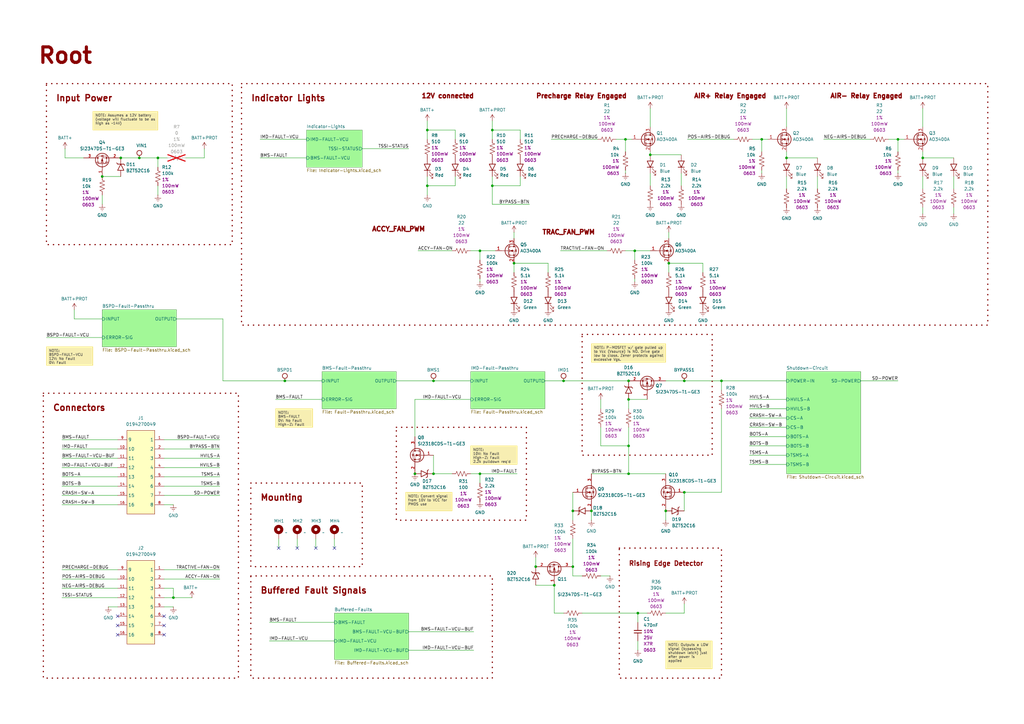
<source format=kicad_sch>
(kicad_sch (version 20250114) (generator "eeschema") (generator_version "9.0")
  (paper "A3")
  (rectangle (start 102.87 236.22) (end 201.93 278.13) (stroke (width 0.508) (type dot) (color 132 0 0 1)))
  (rectangle (start 254 224.79) (end 295.91 278.13) (stroke (width 0.508) (type dot) (color 132 0 0 1)))
  (rectangle (start 19.05 34.29) (end 95.25 100.33) (stroke (width 0.508) (type dot) (color 132 0 0 1)))
  (rectangle (start 102.87 198.12) (end 148.59 232.41) (stroke (width 0.508) (type dot) (color 132 0 0 1)))
  (rectangle (start 238.76 137.16) (end 292.1 186.69) (stroke (width 0.508) (type dot) (color 132 0 0 1)))
  (rectangle (start 17.78 161.29) (end 97.79 278.13) (stroke (width 0.508) (type dot) (color 132 0 0 1)))
  (rectangle (start 99.06 34.29) (end 405.13 133.35) (stroke (width 0.508) (type dot) (color 132 0 0 1)))
  (rectangle (start 162.56 175.26) (end 215.9 213.36) (stroke (width 0.508) (type dot) (color 132 0 0 1)))
  (text "Buffered Fault Signals" (at 106.68 243.84 0) (effects (font (size 2.54 2.54) (thickness 0.508) (bold yes)) (justify left bottom)))
  (text "12V connected" (at 172.72 40.64 0) (effects (font (size 1.905 1.905) (thickness 0.508) (bold yes)) (justify left bottom)))
  (text "Input Power" (at 22.86 41.91 0) (effects (font (size 2.54 2.54) (thickness 0.508) (bold yes)) (justify left bottom)))
  (text "Rising Edge Detector" (at 257.81 232.41 0) (effects (font (size 1.905 1.905) (thickness 0.381) (bold yes)) (justify left bottom)))
  (text "Root" (at 15.24 26.67 0) (effects (font (size 6.35 6.35) (thickness 1.27) (bold yes)) (justify left bottom)))
  (text "ACCY_FAN_PWM" (at 152.4 95.25 0) (effects (font (size 1.905 1.905) (thickness 0.508) (bold yes)) (justify left bottom)))
  (text "TRAC_FAN_PWM" (at 222.25 96.52 0) (effects (font (size 1.905 1.905) (thickness 0.508) (bold yes)) (justify left bottom)))
  (text "Precharge Relay Engaged" (at 219.71 40.64 0) (effects (font (size 1.905 1.905) (thickness 0.508) (bold yes)) (justify left bottom)))
  (text "Mounting" (at 106.68 205.74 0) (effects (font (size 2.54 2.54) (thickness 0.508) (bold yes)) (justify left bottom)))
  (text "Indicator Lights" (at 102.87 41.91 0) (effects (font (size 2.54 2.54) (thickness 0.508) (bold yes)) (justify left bottom)))
  (text "AIR+ Relay Engaged" (at 284.48 40.64 0) (effects (font (size 1.905 1.905) (thickness 0.508) (bold yes)) (justify left bottom)))
  (text "AIR- Relay Engaged" (at 340.36 40.64 0) (effects (font (size 1.905 1.905) (thickness 0.508) (bold yes)) (justify left bottom)))
  (text "Connectors" (at 21.59 168.91 0) (effects (font (size 2.54 2.54) (thickness 0.508) (bold yes)) (justify left bottom)))
  (text_box "NOTE: Assumes a 12V battery\n(voltage will fluctuate to be as high as ~14V)" (at 38.1 45.72 0) (size 26.67 7.62) (margins 0.9525 0.9525 0.9525 0.9525) (stroke (width 0) (color 245 223 85 1)) (fill (type color) (color 247 238 178 1)) (effects (font (size 1.016 1.016)) (justify left top)))
  (text_box "NOTE: P-MOSFET w/ gate pulled up to Vcc (Vsource) is NO. Drive gate low to close. Zener protects against excessive Vgs." (at 242.57 140.97 0) (size 30.48 7.62) (margins 0.9525 0.9525 0.9525 0.9525) (stroke (width 0) (color 245 223 85 1)) (fill (type color) (color 247 238 178 1)) (effects (font (size 1.016 1.016)) (justify left top)))
  (text_box "NOTE:\nBSPD-FAULT-VCU\n12V: No Fault\n0V: Fault" (at 19.05 142.24 0) (size 19.05 7.62) (margins 0.9525 0.9525 0.9525 0.9525) (stroke (width 0) (color 245 223 85 1)) (fill (type color) (color 247 238 178 1)) (effects (font (size 1.016 1.016)) (justify left top)))
  (text_box "NOTE:\nBMS-FAULT\n0V: No Fault\nHigh-Z: Fault" (at 113.03 167.64 0) (size 15.24 7.62) (margins 0.9525 0.9525 0.9525 0.9525) (stroke (width 0) (color 245 223 85 1)) (fill (type color) (color 247 238 178 1)) (effects (font (size 1.016 1.016)) (justify left top)))
  (text_box "NOTE: Outputs a LOW signal (bypassing shutdown latch) just after power is applied" (at 273.05 262.89 0) (size 19.05 11.43) (margins 0.9525 0.9525 0.9525 0.9525) (stroke (width 0) (color 245 223 85 1)) (fill (type color) (color 247 238 178 1)) (effects (font (size 1.016 1.016)) (justify left top)))
  (text_box "NOTE: Convert signal from 10V to VCC for PMOS use" (at 166.37 201.93 0) (size 19.05 7.62) (margins 0.9525 0.9525 0.9525 0.9525) (stroke (width 0) (color 245 223 85 1)) (fill (type color) (color 247 238 178 1)) (effects (font (size 1.016 1.016)) (justify left top)))
  (text_box "NOTE:\n10V: No Fault\nHigh-Z: Fault\n2.2k pulldown req'd" (at 193.04 182.88 0) (size 19.05 7.62) (margins 0.9525 0.9525 0.9525 0.9525) (stroke (width 0) (color 245 223 85 1)) (fill (type color) (color 247 238 178 1)) (effects (font (size 1.016 1.016)) (justify left top)))
  (junction (at 210.82 107.95))
  (junction (at 260.35 102.87))
  (junction (at 257.81 163.83))
  (junction (at 116.84 156.21))
  (junction (at 378.46 64.77))
  (junction (at 266.7 63.5))
  (junction (at 256.54 57.15))
  (junction (at 227.33 240.03))
  (junction (at 57.15 64.77))
  (junction (at 273.05 209.55))
  (junction (at 219.71 232.41))
  (junction (at 177.8 194.31))
  (junction (at 170.18 194.31))
  (junction (at 196.85 102.87))
  (junction (at 234.95 209.55))
  (junction (at 175.26 76.2))
  (junction (at 261.62 251.46))
  (junction (at 242.57 209.55))
  (junction (at 49.53 64.77))
  (junction (at 280.67 156.21))
  (junction (at 368.3 57.15))
  (junction (at 201.93 76.2))
  (junction (at 257.81 182.88))
  (junction (at 201.93 53.34))
  (junction (at 322.58 64.77))
  (junction (at 312.42 57.15))
  (junction (at 41.91 72.39))
  (junction (at 280.67 201.93))
  (junction (at 274.32 107.95))
  (junction (at 175.26 53.34))
  (junction (at 71.12 245.11))
  (junction (at 234.95 232.41))
  (junction (at 177.8 156.21))
  (junction (at 231.14 156.21))
  (junction (at 257.81 156.21))
  (junction (at 257.81 194.31))
  (junction (at 196.85 194.31))
  (junction (at 295.91 156.21))
  (junction (at 64.77 64.77))
  (no_connect (at 129.54 224.79))
  (no_connect (at 48.26 256.54))
  (no_connect (at 114.3 224.79))
  (no_connect (at 67.31 252.73))
  (no_connect (at 67.31 256.54))
  (no_connect (at 48.26 260.35))
  (no_connect (at 137.16 224.79))
  (no_connect (at 48.26 252.73))
  (no_connect (at 121.92 224.79))
  (no_connect (at 67.31 260.35))
  (wire (pts (xy 30.48 127) (xy 30.48 130.81)))
  (wire (pts (xy 71.12 207.01) (xy 67.31 207.01)))
  (wire (pts (xy 201.93 53.34) (xy 201.93 57.15)))
  (wire (pts (xy 246.38 175.26) (xy 246.38 182.88)))
  (wire (pts (xy 114.3 220.98) (xy 114.3 224.79)))
  (wire (pts (xy 41.91 80.01) (xy 41.91 83.82)))
  (wire (pts (xy 76.2 64.77) (xy 83.82 64.77)))
  (wire (pts (xy 67.31 191.77) (xy 90.17 191.77)))
  (wire (pts (xy 25.4 237.49) (xy 48.26 237.49)))
  (wire (pts (xy 137.16 220.98) (xy 137.16 224.79)))
  (wire (pts (xy 170.18 163.83) (xy 170.18 179.07)))
  (wire (pts (xy 227.33 251.46) (xy 227.33 240.03)))
  (wire (pts (xy 307.34 190.5) (xy 322.58 190.5)))
  (wire (pts (xy 26.67 60.96) (xy 26.67 64.77)))
  (wire (pts (xy 177.8 156.21) (xy 193.04 156.21)))
  (wire (pts (xy 368.3 156.21) (xy 353.06 156.21)))
  (wire (pts (xy 41.91 72.39) (xy 49.53 72.39)))
  (wire (pts (xy 280.67 251.46) (xy 273.05 251.46)))
  (wire (pts (xy 224.79 107.95) (xy 224.79 111.76)))
  (wire (pts (xy 116.84 156.21) (xy 132.08 156.21)))
  (wire (pts (xy 196.85 194.31) (xy 196.85 198.12)))
  (wire (pts (xy 280.67 209.55) (xy 280.67 201.93)))
  (wire (pts (xy 307.34 186.69) (xy 322.58 186.69)))
  (wire (pts (xy 257.81 163.83) (xy 257.81 167.64)))
  (wire (pts (xy 219.71 240.03) (xy 227.33 240.03)))
  (wire (pts (xy 288.29 111.76) (xy 288.29 107.95)))
  (wire (pts (xy 171.45 102.87) (xy 185.42 102.87)))
  (wire (pts (xy 83.82 60.96) (xy 83.82 64.77)))
  (wire (pts (xy 67.31 237.49) (xy 90.17 237.49)))
  (wire (pts (xy 201.93 72.39) (xy 201.93 76.2)))
  (wire (pts (xy 44.45 248.92) (xy 48.26 248.92)))
  (wire (pts (xy 256.54 69.85) (xy 256.54 71.12)))
  (wire (pts (xy 49.53 64.77) (xy 57.15 64.77)))
  (wire (pts (xy 226.06 57.15) (xy 245.11 57.15)))
  (wire (pts (xy 266.7 44.45) (xy 266.7 52.07)))
  (wire (pts (xy 177.8 194.31) (xy 185.42 194.31)))
  (wire (pts (xy 210.82 95.25) (xy 210.82 97.79)))
  (wire (pts (xy 322.58 72.39) (xy 322.58 77.47)))
  (wire (pts (xy 246.38 163.83) (xy 246.38 167.64)))
  (wire (pts (xy 246.38 182.88) (xy 257.81 182.88)))
  (wire (pts (xy 48.26 207.01) (xy 25.4 207.01)))
  (wire (pts (xy 162.56 156.21) (xy 177.8 156.21)))
  (wire (pts (xy 110.49 262.89) (xy 137.16 262.89)))
  (wire (pts (xy 238.76 251.46) (xy 261.62 251.46)))
  (wire (pts (xy 231.14 251.46) (xy 227.33 251.46)))
  (wire (pts (xy 335.28 72.39) (xy 335.28 77.47)))
  (wire (pts (xy 256.54 102.87) (xy 260.35 102.87)))
  (wire (pts (xy 246.38 236.22) (xy 250.19 236.22)))
  (wire (pts (xy 67.31 245.11) (xy 71.12 245.11)))
  (wire (pts (xy 201.93 76.2) (xy 201.93 83.82)))
  (wire (pts (xy 391.16 72.39) (xy 391.16 77.47)))
  (wire (pts (xy 213.36 53.34) (xy 213.36 57.15)))
  (wire (pts (xy 196.85 194.31) (xy 212.09 194.31)))
  (wire (pts (xy 261.62 262.89) (xy 261.62 266.7)))
  (wire (pts (xy 25.4 241.3) (xy 48.26 241.3)))
  (wire (pts (xy 261.62 251.46) (xy 261.62 255.27)))
  (wire (pts (xy 257.81 175.26) (xy 257.81 182.88)))
  (wire (pts (xy 177.8 186.69) (xy 177.8 194.31)))
  (wire (pts (xy 322.58 64.77) (xy 335.28 64.77)))
  (wire (pts (xy 260.35 102.87) (xy 260.35 106.68)))
  (wire (pts (xy 113.03 163.83) (xy 132.08 163.83)))
  (wire (pts (xy 312.42 57.15) (xy 314.96 57.15)))
  (wire (pts (xy 106.68 57.15) (xy 125.73 57.15)))
  (wire (pts (xy 175.26 53.34) (xy 186.69 53.34)))
  (wire (pts (xy 295.91 156.21) (xy 322.58 156.21)))
  (wire (pts (xy 71.12 241.3) (xy 71.12 245.11)))
  (wire (pts (xy 378.46 72.39) (xy 378.46 77.47)))
  (wire (pts (xy 378.46 44.45) (xy 378.46 52.07)))
  (wire (pts (xy 90.17 203.2) (xy 67.31 203.2)))
  (wire (pts (xy 280.67 156.21) (xy 295.91 156.21)))
  (wire (pts (xy 257.81 194.31) (xy 273.05 194.31)))
  (wire (pts (xy 91.44 130.81) (xy 91.44 156.21)))
  (wire (pts (xy 175.26 80.01) (xy 175.26 76.2)))
  (wire (pts (xy 201.93 53.34) (xy 213.36 53.34)))
  (wire (pts (xy 234.95 209.55) (xy 234.95 213.36)))
  (wire (pts (xy 25.4 187.96) (xy 48.26 187.96)))
  (wire (pts (xy 257.81 163.83) (xy 265.43 163.83)))
  (wire (pts (xy 25.4 184.15) (xy 48.26 184.15)))
  (wire (pts (xy 391.16 64.77) (xy 378.46 64.77)))
  (wire (pts (xy 231.14 156.21) (xy 257.81 156.21)))
  (wire (pts (xy 196.85 114.3) (xy 196.85 115.57)))
  (wire (pts (xy 281.94 57.15) (xy 300.99 57.15)))
  (wire (pts (xy 279.4 71.12) (xy 279.4 76.2)))
  (wire (pts (xy 210.82 107.95) (xy 210.82 111.76)))
  (wire (pts (xy 234.95 236.22) (xy 234.95 232.41)))
  (wire (pts (xy 307.34 175.26) (xy 322.58 175.26)))
  (wire (pts (xy 223.52 156.21) (xy 231.14 156.21)))
  (wire (pts (xy 256.54 57.15) (xy 256.54 62.23)))
  (wire (pts (xy 242.57 194.31) (xy 257.81 194.31)))
  (wire (pts (xy 64.77 76.2) (xy 64.77 80.01)))
  (wire (pts (xy 322.58 44.45) (xy 322.58 52.07)))
  (wire (pts (xy 229.87 102.87) (xy 248.92 102.87)))
  (wire (pts (xy 129.54 220.98) (xy 129.54 224.79)))
  (wire (pts (xy 295.91 156.21) (xy 295.91 160.02)))
  (wire (pts (xy 368.3 57.15) (xy 370.84 57.15)))
  (wire (pts (xy 308.61 57.15) (xy 312.42 57.15)))
  (wire (pts (xy 307.34 171.45) (xy 322.58 171.45)))
  (wire (pts (xy 242.57 209.55) (xy 242.57 213.36)))
  (wire (pts (xy 322.58 64.77) (xy 322.58 62.23)))
  (wire (pts (xy 256.54 57.15) (xy 259.08 57.15)))
  (wire (pts (xy 307.34 167.64) (xy 322.58 167.64)))
  (wire (pts (xy 260.35 102.87) (xy 266.7 102.87)))
  (wire (pts (xy 71.12 245.11) (xy 78.74 245.11)))
  (wire (pts (xy 25.4 195.58) (xy 48.26 195.58)))
  (wire (pts (xy 378.46 87.63) (xy 378.46 85.09)))
  (wire (pts (xy 175.26 76.2) (xy 186.69 76.2)))
  (wire (pts (xy 193.04 102.87) (xy 196.85 102.87)))
  (wire (pts (xy 210.82 107.95) (xy 224.79 107.95)))
  (wire (pts (xy 67.31 199.39) (xy 90.17 199.39)))
  (wire (pts (xy 201.93 83.82) (xy 217.17 83.82)))
  (wire (pts (xy 312.42 57.15) (xy 312.42 62.23)))
  (wire (pts (xy 266.7 71.12) (xy 266.7 76.2)))
  (wire (pts (xy 307.34 179.07) (xy 322.58 179.07)))
  (wire (pts (xy 67.31 241.3) (xy 71.12 241.3)))
  (wire (pts (xy 167.64 259.08) (xy 194.31 259.08)))
  (wire (pts (xy 167.64 60.96) (xy 148.59 60.96)))
  (wire (pts (xy 213.36 72.39) (xy 213.36 76.2)))
  (wire (pts (xy 175.26 49.53) (xy 175.26 53.34)))
  (wire (pts (xy 274.32 107.95) (xy 288.29 107.95)))
  (wire (pts (xy 67.31 233.68) (xy 90.17 233.68)))
  (wire (pts (xy 196.85 102.87) (xy 196.85 106.68)))
  (wire (pts (xy 261.62 251.46) (xy 265.43 251.46)))
  (wire (pts (xy 175.26 53.34) (xy 175.26 57.15)))
  (wire (pts (xy 67.31 248.92) (xy 71.12 248.92)))
  (wire (pts (xy 175.26 72.39) (xy 175.26 76.2)))
  (wire (pts (xy 307.34 163.83) (xy 322.58 163.83)))
  (wire (pts (xy 337.82 57.15) (xy 356.87 57.15)))
  (wire (pts (xy 25.4 199.39) (xy 48.26 199.39)))
  (wire (pts (xy 170.18 163.83) (xy 193.04 163.83)))
  (wire (pts (xy 167.64 266.7) (xy 194.31 266.7)))
  (wire (pts (xy 273.05 209.55) (xy 273.05 213.36)))
  (wire (pts (xy 273.05 156.21) (xy 280.67 156.21)))
  (wire (pts (xy 252.73 57.15) (xy 256.54 57.15)))
  (wire (pts (xy 274.32 107.95) (xy 274.32 111.76)))
  (wire (pts (xy 121.92 220.98) (xy 121.92 224.79)))
  (wire (pts (xy 280.67 201.93) (xy 295.91 201.93)))
  (wire (pts (xy 266.7 63.5) (xy 279.4 63.5)))
  (wire (pts (xy 25.4 233.68) (xy 48.26 233.68)))
  (wire (pts (xy 234.95 220.98) (xy 234.95 232.41)))
  (wire (pts (xy 219.71 228.6) (xy 219.71 232.41)))
  (wire (pts (xy 378.46 62.23) (xy 378.46 64.77)))
  (wire (pts (xy 391.16 87.63) (xy 391.16 85.09)))
  (wire (pts (xy 67.31 195.58) (xy 90.17 195.58)))
  (wire (pts (xy 201.93 76.2) (xy 213.36 76.2)))
  (wire (pts (xy 307.34 182.88) (xy 322.58 182.88)))
  (wire (pts (xy 186.69 72.39) (xy 186.69 76.2)))
  (wire (pts (xy 25.4 191.77) (xy 48.26 191.77)))
  (wire (pts (xy 48.26 203.2) (xy 25.4 203.2)))
  (wire (pts (xy 19.05 138.43) (xy 41.91 138.43)))
  (wire (pts (xy 312.42 69.85) (xy 312.42 71.12)))
  (wire (pts (xy 67.31 187.96) (xy 90.17 187.96)))
  (wire (pts (xy 368.3 69.85) (xy 368.3 71.12)))
  (wire (pts (xy 64.77 64.77) (xy 68.58 64.77)))
  (wire (pts (xy 364.49 57.15) (xy 368.3 57.15)))
  (wire (pts (xy 186.69 53.34) (xy 186.69 57.15)))
  (wire (pts (xy 257.81 182.88) (xy 257.81 194.31)))
  (wire (pts (xy 274.32 95.25) (xy 274.32 97.79)))
  (wire (pts (xy 266.7 63.5) (xy 266.7 62.23)))
  (wire (pts (xy 196.85 102.87) (xy 203.2 102.87)))
  (wire (pts (xy 25.4 180.34) (xy 48.26 180.34)))
  (wire (pts (xy 260.35 114.3) (xy 260.35 115.57)))
  (wire (pts (xy 106.68 64.77) (xy 125.73 64.77)))
  (wire (pts (xy 48.26 245.11) (xy 25.4 245.11)))
  (wire (pts (xy 67.31 184.15) (xy 90.17 184.15)))
  (wire (pts (xy 193.04 194.31) (xy 196.85 194.31)))
  (wire (pts (xy 280.67 247.65) (xy 280.67 251.46)))
  (wire (pts (xy 90.17 180.34) (xy 67.31 180.34)))
  (wire (pts (xy 368.3 57.15) (xy 368.3 62.23)))
  (wire (pts (xy 64.77 64.77) (xy 64.77 68.58)))
  (wire (pts (xy 26.67 64.77) (xy 34.29 64.77)))
  (wire (pts (xy 201.93 49.53) (xy 201.93 53.34)))
  (wire (pts (xy 91.44 156.21) (xy 116.84 156.21)))
  (wire (pts (xy 72.39 130.81) (xy 91.44 130.81)))
  (wire (pts (xy 110.49 255.27) (xy 137.16 255.27)))
  (wire (pts (xy 295.91 167.64) (xy 295.91 201.93)))
  (wire (pts (xy 234.95 201.93) (xy 234.95 209.55)))
  (wire (pts (xy 238.76 236.22) (xy 234.95 236.22)))
  (wire (pts (xy 30.48 130.81) (xy 41.91 130.81)))
  (wire (pts (xy 57.15 64.77) (xy 64.77 64.77)))
  (label "IMD-FAULT-VCU" (at 110.49 262.89 0))
  (label "IMD-FAULT-VCU-BUF" (at 194.31 266.7 180))
  (label "NEG-AIRS-DEBUG" (at 337.82 57.15 0))
  (label "CRASH-SW-A" (at 307.34 171.45 0))
  (label "BOTS-A" (at 25.4 195.58 0))
  (label "BMS-FAULT" (at 110.49 255.27 0))
  (label "POS-AIRS-DEBUG" (at 281.94 57.15 0))
  (label "BMS-FAULT" (at 113.03 163.83 0))
  (label "BMS-FAULT-VCU-BUF" (at 194.31 259.08 180))
  (label "ACCY-FAN-ON" (at 171.45 102.87 0))
  (label "BSPD-FAULT-VCU" (at 90.17 180.34 180))
  (label "HVILS-A" (at 90.17 187.96 180))
  (label "POS-AIRS-DEBUG" (at 25.4 237.49 0))
  (label "SD-POWER" (at 368.3 156.21 180))
  (label "HVILS-B" (at 90.17 191.77 180))
  (label "SD-POWER" (at 90.17 203.2 180))
  (label "ACCY-FAN-ON" (at 90.17 237.49 180))
  (label "BYPASS-BTN" (at 242.57 194.31 0))
  (label "BYPASS-BTN" (at 90.17 184.15 180))
  (label "TRACTIVE-FAN-ON" (at 90.17 233.68 180))
  (label "CRASH-SW-A" (at 25.4 203.2 0))
  (label "IMD-FAULT" (at 212.09 194.31 180))
  (label "TSMS-A" (at 90.17 195.58 180))
  (label "CRASH-SW-B" (at 25.4 207.01 0))
  (label "BOTS-B" (at 307.34 182.88 0))
  (label "PRECHARGE-DEBUG" (at 25.4 233.68 0))
  (label "BOTS-A" (at 307.34 179.07 0))
  (label "TSMS-B" (at 90.17 199.39 180))
  (label "BMS-FAULT" (at 25.4 180.34 0))
  (label "TSSI-STATUS" (at 25.4 245.11 0))
  (label "HVILS-B" (at 307.34 167.64 0))
  (label "BYPASS-BTN" (at 217.17 83.82 180))
  (label "NEG-AIRS-DEBUG" (at 25.4 241.3 0))
  (label "TSMS-A" (at 307.34 186.69 0))
  (label "IMD-FAULT" (at 25.4 184.15 0))
  (label "CRASH-SW-B" (at 307.34 175.26 0))
  (label "IMD-FAULT-VCU" (at 189.23 163.83 180))
  (label "TSSI-STATUS" (at 167.64 60.96 180))
  (label "BSPD-FAULT-VCU" (at 19.05 138.43 0))
  (label "BOTS-B" (at 25.4 199.39 0))
  (label "BMS-FAULT" (at 106.68 64.77 0))
  (label "HVILS-A" (at 307.34 163.83 0))
  (label "TRACTIVE-FAN-ON" (at 229.87 102.87 0))
  (label "IMD-FAULT-VCU-BUF" (at 25.4 191.77 0))
  (label "IMD-FAULT-VCU" (at 106.68 57.15 0))
  (label "TSMS-B" (at 307.34 190.5 0))
  (label "BMS-FAULT-VCU-BUF" (at 25.4 187.96 0))
  (label "PRECHARGE-DEBUG" (at 226.06 57.15 0))
  (symbol (lib_id "-Diodes-LED:NCD0805B2") (at 266.7 63.5 270) (unit 1)
    (property "Reference" "D1" (at 270.51 67.6274 90) (effects (justify left)))
    (property "Value" "Blue" (at 270.51 70.1674 90) (effects (justify left)))
    (property "Footprint" "LED_SMD:LED_0805_2012Metric" (effects (hide yes)))
    (property "Datasheet" "https://jlcpcb.com/api/file/downloadByFileSystemAccessId/8550724080677908480" (effects (hide yes)))
    (property "Description" "Red LED, SMD 0805, 615-630 nm, Vf 1.6-2.6 V" (effects (hide yes)))
    (property "Link" "https://jlcpcb.com/partdetail/85425-NCD0805R1/C84256" (effects (hide yes)))
    (property "Manufacturer" "Foshan NationStar Optoelectronics" (effects (hide yes)))
    (property "Manufacturer P/N" "NCD0805R1" (effects (hide yes)))
    (property "Digikey P/N" "350-2039-1-ND" (effects (hide yes)))
    (property "Mouser P/N" "645-598-8120-107F" (effects (hide yes)))
    (property "LCSC P/N" "C84256" (effects (hide yes)))
  )
  (symbol (lib_id "-Mounting-Hole:M3 3.5mm Ø") (at 129.54 220.98 0) (unit 1)
    (property "Reference" "MH3" (at 127.5801 213.6629 0) (effects (justify left)))
    (property "Value" "~" (at 132.08 218.44 0) (effects (justify left)))
    (property "Footprint" "MountingHole:MountingHole_3.5mm_Pad_TopBottom" (effects (hide yes)))
    (property "Description" "M3 Mounting Hole 3.5mm Hole Diameter" (effects (hide yes)))
  )
  (symbol (lib_id "-C-Ceramic-0603:C-0603-470nF-10%-25V-X7R") (at 261.62 262.89 90) (unit 1)
    (property "Reference" "C1" (at 263.9005 253.9011 90) (effects (justify right)))
    (property "Value" "470nF" (at 263.9005 256.4411 90) (effects (justify right)))
    (property "Footprint" "Capacitor_SMD:C_0603_1608Metric_Pad1.08x0.95mm_HandSolder" (effects (hide yes)))
    (property "Datasheet" "https://jlcpcb.com/api/file/downloadByFileSystemAccessId/8579707013305327616" (effects (hide yes)))
    (property "Description" "470nF 25V X7R 0603 JLCPCB Basic Capacitor" (effects (hide yes)))
    (property "Tolerance" "10%" (at 263.9005 258.9811 90) (effects (justify right)))
    (property "Voltage" "25V" (at 263.9005 261.5211 90) (effects (justify right)))
    (property "Dielectric" "X7R" (at 263.9005 264.0611 90) (effects (justify right)))
    (property "Case/Package" "0603" (at 263.9005 266.6011 90) (effects (justify right)))
    (property "Link" "https://jlcpcb.com/partdetail/1975-CL10B474KA8NNNC/C1623" (effects (hide yes)))
    (property "Manufacturer" "Samsung Electro-Mechanics" (effects (hide yes)))
    (property "Manufacturer P/N" "CL10B474KA8NNNC" (effects (hide yes)))
    (property "Digikey P/N" "1276-2083-1-ND" (effects (hide yes)))
    (property "Mouser P/N" "187-CL10B474KA8NNNC" (effects (hide yes)))
    (property "LCSC P/N" "C1623" (effects (hide yes)))
  )
  (symbol (lib_id "-R-SMD-0603:R-0603-2.2k-1%-100mW-100PPM") (at 322.58 77.47 270) (unit 1)
    (property "Reference" "R15" (at 328.93 74.93 90))
    (property "Value" "2.2k" (at 328.93 77.47 90))
    (property "Footprint" "Resistor_SMD:R_0603_1608Metric_Pad0.98x0.95mm_HandSolder" (effects (hide yes)))
    (property "Datasheet" "https://jlcpcb.com/api/file/downloadByFileSystemAccessId/8579706158415659008" (effects (hide yes)))
    (property "Description" "2.2kΩ 0603 JLCPCB Basic Resistor" (effects (hide yes)))
    (property "Tolerance" "1%" (at 328.93 80.01 90))
    (property "Power Rating" "100mW" (at 328.93 82.55 90))
    (property "Case/Package" "0603" (at 328.93 85.09 90))
    (property "Link" "https://jlcpcb.com/partdetail/4597-0603WAF2201T5E/C4190" (effects (hide yes)))
    (property "Manufacturer" "UNI-ROYAL" (effects (hide yes)))
    (property "Manufacturer P/N" "0603WAF2201T5E" (effects (hide yes)))
    (property "Digikey P/N" "311-2.20KHRCT-ND" (effects (hide yes)))
    (property "Mouser P/N" "603-RC0603FR-072K2L" (effects (hide yes)))
    (property "LCSC P/N" "C4190" (effects (hide yes)))
  )
  (symbol (lib_id "-Test-Points:Square-Pad-1mm") (at 57.15 64.77 0) (unit 1)
    (property "Reference" "VIN1" (at 55.88 59.69 0) (effects (justify left)))
    (property "Footprint" "TestPoint:TestPoint_Pad_1.0x1.0mm" (effects (hide yes)))
    (property "Description" "Square Pad 1mm" (effects (hide yes)))
  )
  (symbol (lib_id "power:VCC") (at 210.82 95.25 0) (mirror y) (unit 1)
    (property "Reference" "#PWR020" (effects (hide yes)))
    (property "Value" "BATT+PROT" (at 210.82 91.44 0))
    (property "Description" "Power symbol creates a global label with name \"VCC\"" (effects (hide yes)))
  )
  (symbol (lib_id "-MOSFET-N-Channel:SI2318CDS-T1-GE3") (at 234.95 201.93 0) (unit 1)
    (property "Reference" "Q9" (at 245.0856 200.5732 0) (effects (justify left)))
    (property "Value" "SI2318CDS-T1-GE3" (at 245.0856 203.1132 0) (effects (justify left)))
    (property "Footprint" "Package_TO_SOT_SMD:SOT-23-3" (effects (hide yes)))
    (property "Datasheet" "https://www.vishay.com/docs/67030/si2318cds.pdf" (effects (hide yes)))
    (property "Description" "N-Channel 40 V 5.6A (Tc) 1.25W (Ta), 2.1W (Tc) Surface Mount SOT-23-3 (TO-236)" (effects (hide yes)))
    (property "Link" "https://www.digikey.com/en/products/detail/vishay-siliconix/SI2318CDS-T1-GE3/3748954?s=N4IgTCBcDaIMoEkwGYCMAOAwgETgWgBVU8BxAUWUwLwDlsQBdAXyA" (effects (hide yes)))
    (property "Manufacturer" "Vishay" (effects (hide yes)))
    (property "Manufacturer P/N" "SI2318CDS-T1-GE3" (effects (hide yes)))
    (property "Digikey P/N" "SI2318CDS-T1-GE3CT-ND" (effects (hide yes)))
    (property "Mouser P/N" "781-SI2318CDS-T1-GE3" (effects (hide yes)))
    (property "LCSC P/N" "C14498" (effects (hide yes)))
  )
  (symbol (lib_id "-R-SMD-0603:R-0603-5.1k-1%-100mW-100PPM_1_1") (at 224.79 119.38 90) (unit 1)
    (property "Reference" "R25" (at 227.33 110.4899 90) (effects (justify right)))
    (property "Value" "5.1k" (at 227.33 113.0299 90) (effects (justify right)))
    (property "Footprint" "Resistor_SMD:R_0603_1608Metric_Pad0.98x0.95mm_HandSolder" (effects (hide yes)))
    (property "Datasheet" "https://jlcpcb.com/api/file/downloadByFileSystemAccessId/8579706158415659008" (effects (hide yes)))
    (property "Description" "5.1kΩ 0603 JLCPCB Basic Resistor" (effects (hide yes)))
    (property "Tolerance" "1%" (at 227.33 115.5699 90) (effects (justify right)))
    (property "Power Rating" "100mW" (at 227.33 118.1099 90) (effects (justify right)))
    (property "Case/Package" "0603" (at 227.33 120.6499 90) (effects (justify right)))
    (property "Link" "https://jlcpcb.com/partdetail/4597-0603WAF2201T5E/C4190" (effects (hide yes)))
    (property "Manufacturer" "UNI-ROYAL" (effects (hide yes)))
    (property "Manufacturer P/N" "0603WAF2201T5E" (effects (hide yes)))
    (property "Digikey P/N" "311-2.20KHRCT-ND" (effects (hide yes)))
    (property "Mouser P/N" "603-RC0603FR-072K2L" (effects (hide yes)))
    (property "LCSC P/N" "C4190" (effects (hide yes)))
  )
  (symbol (lib_id "-Diodes-Zener:BZT52C16") (at 273.05 209.55 0) (unit 1)
    (property "Reference" "D19" (at 275.5168 213.0311 0) (effects (justify left)))
    (property "Value" "BZT52C16" (at 275.5168 215.5711 0) (effects (justify left)))
    (property "Footprint" "Diode_SMD:D_SOD-123" (effects (hide yes)))
    (property "Datasheet" "https://diotec.com/request/datasheet/bzt52c2v4.pdf" (effects (hide yes)))
    (property "Description" "Zener Diode 16 V 500 mW ±5% Surface Mount SOD-123F" (effects (hide yes)))
    (property "Link" "https://www.digikey.com/en/products/detail/diotec-semiconductor/BZT52C16/22192605?s=N4IgTCBcDaICwA4DsCC0AhAWgFQKxgGEBGANgO1QDkAREAXQF8g" (effects (hide yes)))
    (property "Manufacturer" "Diotec" (effects (hide yes)))
    (property "Manufacturer P/N" "BZT52C16" (effects (hide yes)))
    (property "Digikey P/N" "4878-BZT52C16CT-ND" (effects (hide yes)))
    (property "Mouser P/N" "637-BZT52C16" (effects (hide yes)))
    (property "LCSC P/N" "C2105" (effects (hide yes)))
  )
  (symbol (lib_id "-R-SMD-0603:R-0603-2.2k-1%-100mW-100PPM") (at 335.28 77.47 270) (unit 1)
    (property "Reference" "R16" (at 341.63 74.93 90))
    (property "Value" "2.2k" (at 341.63 77.47 90))
    (property "Footprint" "Resistor_SMD:R_0603_1608Metric_Pad0.98x0.95mm_HandSolder" (effects (hide yes)))
    (property "Datasheet" "https://jlcpcb.com/api/file/downloadByFileSystemAccessId/8579706158415659008" (effects (hide yes)))
    (property "Description" "2.2kΩ 0603 JLCPCB Basic Resistor" (effects (hide yes)))
    (property "Tolerance" "1%" (at 341.63 80.01 90))
    (property "Power Rating" "100mW" (at 341.63 82.55 90))
    (property "Case/Package" "0603" (at 341.63 85.09 90))
    (property "Link" "https://jlcpcb.com/partdetail/4597-0603WAF2201T5E/C4190" (effects (hide yes)))
    (property "Manufacturer" "UNI-ROYAL" (effects (hide yes)))
    (property "Manufacturer P/N" "0603WAF2201T5E" (effects (hide yes)))
    (property "Digikey P/N" "311-2.20KHRCT-ND" (effects (hide yes)))
    (property "Mouser P/N" "603-RC0603FR-072K2L" (effects (hide yes)))
    (property "LCSC P/N" "C4190" (effects (hide yes)))
  )
  (symbol (lib_id "power:VCC") (at 322.58 44.45 0) (mirror y) (unit 1)
    (property "Reference" "#PWR02" (effects (hide yes)))
    (property "Value" "BATT+PROT" (at 322.58 40.005 0))
    (property "Description" "Power symbol creates a global label with name \"VCC\"" (effects (hide yes)))
  )
  (symbol (lib_id "-Diodes-LED:NCD0805R1") (at 186.69 64.77 270) (unit 1)
    (property "Reference" "D4" (at 189.7313 69.2826 90) (effects (justify left)))
    (property "Value" "Red" (at 189.7313 71.8226 90) (effects (justify left)))
    (property "Footprint" "LED_SMD:LED_0805_2012Metric" (effects (hide yes)))
    (property "Datasheet" "https://jlcpcb.com/api/file/downloadByFileSystemAccessId/8550724080677908480" (effects (hide yes)))
    (property "Description" "Red LED, SMD 0805, 615-630 nm, Vf 1.6-2.6 V" (effects (hide yes)))
    (property "Link" "https://jlcpcb.com/partdetail/85425-NCD0805R1/C84256" (effects (hide yes)))
    (property "Manufacturer" "Foshan NationStar Optoelectronics" (effects (hide yes)))
    (property "Manufacturer P/N" "NCD0805R1" (effects (hide yes)))
    (property "Digikey P/N" "350-2039-1-ND" (effects (hide yes)))
    (property "Mouser P/N" "645-598-8120-107F" (effects (hide yes)))
    (property "LCSC P/N" "C84256" (effects (hide yes)))
  )
  (symbol (lib_id "-R-SMD-0603:R-0603-100k-1%-100mW-100PPM") (at 238.76 236.22 0) (unit 1)
    (property "Reference" "R34" (at 242.573 223.6141 0))
    (property "Value" "100k" (at 242.573 226.1541 0))
    (property "Footprint" "Resistor_SMD:R_0603_1608Metric_Pad0.98x0.95mm_HandSolder" (effects (hide yes)))
    (property "Datasheet" "https://jlcpcb.com/api/file/downloadByFileSystemAccessId/8579706350726930432" (effects (hide yes)))
    (property "Description" "100kΩ 0603 JLCPCB Basic Resistor" (effects (hide yes)))
    (property "Tolerance" "1%" (at 242.573 228.6941 0))
    (property "Power Rating" "100mW" (at 242.573 231.2341 0))
    (property "Case/Package" "0603" (at 242.573 233.7741 0))
    (property "Link" "https://jlcpcb.com/partdetail/26546-0603WAF1003T5E/C25803" (effects (hide yes)))
    (property "Manufacturer" "UNI-ROYAL" (effects (hide yes)))
    (property "Manufacturer P/N" "0603WAF1003T5E" (effects (hide yes)))
    (property "Digikey P/N" "RG16P100KBCT-ND" (effects (hide yes)))
    (property "Mouser P/N" "754-RG1608P-104-B-T5" (effects (hide yes)))
    (property "LCSC P/N" "C25803" (effects (hide yes)))
  )
  (symbol (lib_id "-Diodes-LED:NCD0805G1") (at 274.32 119.38 270) (unit 1)
    (property "Reference" "D14" (at 278.13 123.5074 90) (effects (justify left)))
    (property "Value" "Green" (at 278.13 126.0474 90) (effects (justify left)))
    (property "Footprint" "LED_SMD:LED_0805_2012Metric" (effects (hide yes)))
    (property "Datasheet" "https://jlcpcb.com/api/file/downloadByFileSystemAccessId/8550724080677908480" (effects (hide yes)))
    (property "Description" "Green LED, SMD 0805, 615-630 nm, Vf 1.6-2.6 V" (effects (hide yes)))
    (property "Link" "https://jlcpcb.com/partdetail/85425-NCD0805R1/C84256" (effects (hide yes)))
    (property "Manufacturer" "Foshan NationStar Optoelectronics" (effects (hide yes)))
    (property "Manufacturer P/N" "NCD0805R1" (effects (hide yes)))
    (property "Digikey P/N" "350-2039-1-ND" (effects (hide yes)))
    (property "Mouser P/N" "645-598-8120-107F" (effects (hide yes)))
    (property "LCSC P/N" "C84256" (effects (hide yes)))
  )
  (symbol (lib_id "-R-SMD-0603:R-0603-10k-1%-100mW-100PPM") (at 41.91 80.01 90) (unit 1)
    (property "Reference" "R19" (at 33.6706 73.8226 90) (effects (justify right)))
    (property "Value" "10k" (at 33.6706 76.3626 90) (effects (justify right)))
    (property "Footprint" "Resistor_SMD:R_0603_1608Metric_Pad0.98x0.95mm_HandSolder" (effects (hide yes)))
    (property "Datasheet" "https://jlcpcb.com/api/file/downloadByFileSystemAccessId/8579706381320323072" (effects (hide yes)))
    (property "Description" "10kΩ 0603 JLCPCB Basic Resistor" (effects (hide yes)))
    (property "Tolerance" "1%" (at 33.6706 78.9026 90) (effects (justify right)))
    (property "Power Rating" "100mW" (at 33.6706 81.4426 90) (effects (justify right)))
    (property "Case/Package" "0603" (at 33.6706 83.9826 90) (effects (justify right)))
    (property "Link" "https://jlcpcb.com/partdetail/26547-0603WAF1002T5E/C25804" (effects (hide yes)))
    (property "Manufacturer" "UNI-ROYAL" (effects (hide yes)))
    (property "Manufacturer P/N" "0603WAF1002T5E" (effects (hide yes)))
    (property "Digikey P/N" "541-10.0KHCT-ND" (effects (hide yes)))
    (property "Mouser P/N" "71-CRCW0603-10K-E3" (effects (hide yes)))
    (property "LCSC P/N" "C25804" (effects (hide yes)))
  )
  (symbol (lib_id "-R-SMD-0603:R-0603-2.2k-1%-100mW-100PPM") (at 279.4 76.2 270) (unit 1)
    (property "Reference" "R14" (at 285.75 73.66 90))
    (property "Value" "2.2k" (at 285.75 76.2 90))
    (property "Footprint" "Resistor_SMD:R_0603_1608Metric_Pad0.98x0.95mm_HandSolder" (effects (hide yes)))
    (property "Datasheet" "https://jlcpcb.com/api/file/downloadByFileSystemAccessId/8579706158415659008" (effects (hide yes)))
    (property "Description" "2.2kΩ 0603 JLCPCB Basic Resistor" (effects (hide yes)))
    (property "Tolerance" "1%" (at 285.75 78.74 90))
    (property "Power Rating" "100mW" (at 285.75 81.28 90))
    (property "Case/Package" "0603" (at 285.75 83.82 90))
    (property "Link" "https://jlcpcb.com/partdetail/4597-0603WAF2201T5E/C4190" (effects (hide yes)))
    (property "Manufacturer" "UNI-ROYAL" (effects (hide yes)))
    (property "Manufacturer P/N" "0603WAF2201T5E" (effects (hide yes)))
    (property "Digikey P/N" "311-2.20KHRCT-ND" (effects (hide yes)))
    (property "Mouser P/N" "603-RC0603FR-072K2L" (effects (hide yes)))
    (property "LCSC P/N" "C4190" (effects (hide yes)))
  )
  (symbol (lib_id "-R-SMD-0603:R-0603-100k-1%-100mW-100PPM") (at 64.77 76.2 90) (unit 1)
    (property "Reference" "R12" (at 66.3927 68.58 90) (effects (justify right)))
    (property "Value" "100k" (at 66.3927 71.12 90) (effects (justify right)))
    (property "Footprint" "Resistor_SMD:R_0603_1608Metric_Pad0.98x0.95mm_HandSolder" (effects (hide yes)))
    (property "Datasheet" "https://jlcpcb.com/api/file/downloadByFileSystemAccessId/8579706350726930432" (effects (hide yes)))
    (property "Description" "100kΩ 0603 JLCPCB Basic Resistor" (effects (hide yes)))
    (property "Tolerance" "1%" (at 66.3927 73.66 90) (effects (justify right)))
    (property "Power Rating" "100mW" (at 66.3927 76.2 90) (effects (justify right)))
    (property "Case/Package" "0603" (at 66.3927 78.74 90) (effects (justify right)))
    (property "Link" "https://jlcpcb.com/partdetail/26546-0603WAF1003T5E/C25803" (effects (hide yes)))
    (property "Manufacturer" "UNI-ROYAL" (effects (hide yes)))
    (property "Manufacturer P/N" "0603WAF1003T5E" (effects (hide yes)))
    (property "Digikey P/N" "RG16P100KBCT-ND" (effects (hide yes)))
    (property "Mouser P/N" "754-RG1608P-104-B-T5" (effects (hide yes)))
    (property "LCSC P/N" "C25803" (effects (hide yes)))
  )
  (symbol (lib_id "Transistor_FET:AO3400A") (at 320.04 57.15 0) (unit 1)
    (property "Reference" "Q2" (at 325.12 54.61 0) (effects (justify left)))
    (property "Value" "AO3400A" (at 325.12 57.15 0) (effects (justify left)))
    (property "Footprint" "Package_TO_SOT_SMD:SOT-23" (effects (hide yes)))
    (property "Datasheet" "http://www.aosmd.com/pdfs/datasheet/AO3400A.pdf" (effects (hide yes)))
    (property "Description" "30V Vds, 5.7A Id, N-Channel MOSFET, SOT-23" (effects (hide yes)))
  )
  (symbol (lib_id "-Test-Points:Square-Pad-1mm") (at 116.84 156.21 0) (unit 1)
    (property "Reference" "BSPD1" (at 116.7988 151.7239 0))
    (property "Footprint" "TestPoint:TestPoint_Pad_1.0x1.0mm" (effects (hide yes)))
    (property "Description" "Square Pad 1mm" (effects (hide yes)))
  )
  (symbol (lib_id "-R-SMD-0603:R-0603-100-1%-100mW-100PPM") (at 185.42 194.31 0) (unit 1)
    (property "Reference" "R31" (at 190.0535 197.3778 0))
    (property "Value" "100" (at 190.0535 199.9178 0))
    (property "Footprint" "Resistor_SMD:R_0603_1608Metric_Pad0.98x0.95mm_HandSolder" (effects (hide yes)))
    (property "Datasheet" "https://jlcpcb.com/api/file/downloadByFileSystemAccessId/8579706114222985216" (effects (hide yes)))
    (property "Description" "100Ω 0603 JLCPCB Basic Resistor" (effects (hide yes)))
    (property "Tolerance" "1%" (at 190.0535 202.4578 0))
    (property "Power Rating" "100mW" (at 190.0535 204.9978 0))
    (property "Case/Package" "0603" (at 190.0535 207.5378 0))
    (property "Link" "https://jlcpcb.com/partdetail/23502-0603WAF1000T5E/C22775" (effects (hide yes)))
    (property "Manufacturer" "UNI-ROYAL" (effects (hide yes)))
    (property "Manufacturer P/N" "0603WAF1000T5E" (effects (hide yes)))
    (property "Digikey P/N" "311-100HRCT-ND" (effects (hide yes)))
    (property "Mouser P/N" "603-RC0603FR-07100RL" (effects (hide yes)))
    (property "LCSC P/N" "C22775" (effects (hide yes)))
  )
  (symbol (lib_id "-Diodes-LED:NCD0805G1") (at 210.82 119.38 270) (unit 1)
    (property "Reference" "D12" (at 214.63 123.5074 90) (effects (justify left)))
    (property "Value" "Green" (at 214.63 126.0474 90) (effects (justify left)))
    (property "Footprint" "LED_SMD:LED_0805_2012Metric" (effects (hide yes)))
    (property "Datasheet" "https://jlcpcb.com/api/file/downloadByFileSystemAccessId/8550724080677908480" (effects (hide yes)))
    (property "Description" "Green LED, SMD 0805, 615-630 nm, Vf 1.6-2.6 V" (effects (hide yes)))
    (property "Link" "https://jlcpcb.com/partdetail/85425-NCD0805R1/C84256" (effects (hide yes)))
    (property "Manufacturer" "Foshan NationStar Optoelectronics" (effects (hide yes)))
    (property "Manufacturer P/N" "NCD0805R1" (effects (hide yes)))
    (property "Digikey P/N" "350-2039-1-ND" (effects (hide yes)))
    (property "Mouser P/N" "645-598-8120-107F" (effects (hide yes)))
    (property "LCSC P/N" "C84256" (effects (hide yes)))
  )
  (symbol (lib_id "-MOSFET-P-Channel:SI2347DS-T1-GE3") (at 227.33 240.03 270) (mirror x) (unit 1)
    (property "Reference" "Q11" (at 228.6 237.49 90) (effects (justify left)))
    (property "Value" "SI2347DS-T1-GE3" (at 228.6 243.84 90) (effects (justify left)))
    (property "Footprint" "Package_TO_SOT_SMD:SOT-23-3" (effects (hide yes)))
    (property "Datasheet" "https://www.vishay.com/docs/62827/si2347ds.pdf" (effects (hide yes)))
    (property "Description" "P-Channel 30 V 5A (Tc) 1.7W (Tc) Surface Mount SOT-23-3 (TO-236)" (effects (hide yes)))
    (property "Link" "https://www.digikey.com/en/products/detail/vishay-siliconix/SI2347DS-T1-GE3/4496222?s=N4IgTCBcDaIMoEkwGYAsB2AInAtAFQEYcBxAUWQGE8cA5TEAXQF8g" (effects (hide yes)))
    (property "Manufacturer" "Vishay" (effects (hide yes)))
    (property "Manufacturer P/N" "SI2347DS-T1-GE3" (effects (hide yes)))
    (property "Digikey P/N" "SI2347DS-T1-GE3CT-ND" (effects (hide yes)))
    (property "Mouser P/N" "78-SI2347DS-T1-GE3" (effects (hide yes)))
    (property "LCSC P/N" "C145002" (effects (hide yes)))
  )
  (symbol (lib_id "-Test-Points:Square-Pad-1mm") (at 280.67 156.21 0) (unit 1)
    (property "Reference" "BYPASS1" (at 280.6288 151.7239 0))
    (property "Footprint" "TestPoint:TestPoint_Pad_1.0x1.0mm" (effects (hide yes)))
    (property "Description" "Square Pad 1mm" (effects (hide yes)))
  )
  (symbol (lib_id "-Diodes-LED:NCD0805R1") (at 201.93 64.77 270) (unit 1)
    (property "Reference" "D5" (at 204.9713 69.2826 90) (effects (justify left)))
    (property "Value" "Red" (at 204.9713 71.8226 90) (effects (justify left)))
    (property "Footprint" "LED_SMD:LED_0805_2012Metric" (effects (hide yes)))
    (property "Datasheet" "https://jlcpcb.com/api/file/downloadByFileSystemAccessId/8550724080677908480" (effects (hide yes)))
    (property "Description" "Red LED, SMD 0805, 615-630 nm, Vf 1.6-2.6 V" (effects (hide yes)))
    (property "Link" "https://jlcpcb.com/partdetail/85425-NCD0805R1/C84256" (effects (hide yes)))
    (property "Manufacturer" "Foshan NationStar Optoelectronics" (effects (hide yes)))
    (property "Manufacturer P/N" "NCD0805R1" (effects (hide yes)))
    (property "Digikey P/N" "350-2039-1-ND" (effects (hide yes)))
    (property "Mouser P/N" "645-598-8120-107F" (effects (hide yes)))
    (property "LCSC P/N" "C84256" (effects (hide yes)))
  )
  (symbol (lib_id "-R-SMD-0603:R-0603-510-1%-100mW-100PPM") (at 175.26 64.77 90) (unit 1)
    (property "Reference" "R8" (at 176.868 55.5328 90) (effects (justify right)))
    (property "Value" "510" (at 176.868 58.0728 90) (effects (justify right)))
    (property "Footprint" "Resistor_SMD:R_0603_1608Metric_Pad0.98x0.95mm_HandSolder" (effects (hide yes)))
    (property "Datasheet" "https://jlcpcb.com/api/file/downloadByFileSystemAccessId/8579706285526474752" (effects (hide yes)))
    (property "Description" "510Ω 0603 JLCPCB Basic Resistor" (effects (hide yes)))
    (property "Tolerance" "1%" (at 176.868 60.6128 90) (effects (justify right)))
    (property "Power Rating" "100mW" (at 176.868 63.1528 90) (effects (justify right)))
    (property "Case/Package" "0603" (at 176.868 65.6928 90) (effects (justify right)))
    (property "Link" "https://jlcpcb.com/partdetail/23920-0603WAF5100T5E/C23193" (effects (hide yes)))
    (property "Manufacturer" "UNI-ROYAL" (effects (hide yes)))
    (property "Manufacturer P/N" "0603WAF5100T5E" (effects (hide yes)))
    (property "Digikey P/N" "RR08P510DCT-ND" (effects (hide yes)))
    (property "Mouser P/N" "754-RR0816P-511D" (effects (hide yes)))
    (property "LCSC P/N" "C23193" (effects (hide yes)))
  )
  (symbol (lib_id "power:VCC") (at 83.82 60.96 0) (mirror y) (unit 1)
    (property "Reference" "#PWR07" (effects (hide yes)))
    (property "Value" "BATT+PROT" (at 83.82 56.515 0))
    (property "Description" "Power symbol creates a global label with name \"VCC\"" (effects (hide yes)))
  )
  (symbol (lib_id "-R-SMD-0603:R-0603-100k-1%-100mW-100PPM") (at 295.91 167.64 90) (unit 1)
    (property "Reference" "R28" (at 297.6551 159.088 90) (effects (justify right)))
    (property "Value" "100k" (at 297.6551 161.628 90) (effects (justify right)))
    (property "Footprint" "Resistor_SMD:R_0603_1608Metric_Pad0.98x0.95mm_HandSolder" (effects (hide yes)))
    (property "Datasheet" "https://jlcpcb.com/api/file/downloadByFileSystemAccessId/8579706350726930432" (effects (hide yes)))
    (property "Description" "100kΩ 0603 JLCPCB Basic Resistor" (effects (hide yes)))
    (property "Tolerance" "1%" (at 297.6551 164.168 90) (effects (justify right)))
    (property "Power Rating" "100mW" (at 297.6551 166.708 90) (effects (justify right)))
    (property "Case/Package" "0603" (at 297.6551 169.248 90) (effects (justify right)))
    (property "Link" "https://jlcpcb.com/partdetail/26546-0603WAF1003T5E/C25803" (effects (hide yes)))
    (property "Manufacturer" "UNI-ROYAL" (effects (hide yes)))
    (property "Manufacturer P/N" "0603WAF1003T5E" (effects (hide yes)))
    (property "Digikey P/N" "RG16P100KBCT-ND" (effects (hide yes)))
    (property "Mouser P/N" "754-RG1608P-104-B-T5" (effects (hide yes)))
    (property "LCSC P/N" "C25803" (effects (hide yes)))
  )
  (symbol (lib_id "power:VCC") (at 201.93 49.53 0) (mirror y) (unit 1)
    (property "Reference" "#PWR05" (effects (hide yes)))
    (property "Value" "BATT+PROT" (at 201.93 45.085 0))
    (property "Description" "Power symbol creates a global label with name \"VCC\"" (effects (hide yes)))
  )
  (symbol (lib_id "-MOSFET-P-Channel:SI2347DS-T1-GE3") (at 41.91 72.39 90) (unit 1)
    (property "Reference" "Q4" (at 41.91 58.42 90))
    (property "Value" "SI2347DS-T1-GE3" (at 41.91 60.96 90))
    (property "Footprint" "Package_TO_SOT_SMD:SOT-23-3" (effects (hide yes)))
    (property "Datasheet" "https://www.vishay.com/docs/62827/si2347ds.pdf" (effects (hide yes)))
    (property "Description" "P-Channel 30 V 5A (Tc) 1.7W (Tc) Surface Mount SOT-23-3 (TO-236)" (effects (hide yes)))
    (property "Link" "https://www.digikey.com/en/products/detail/vishay-siliconix/SI2347DS-T1-GE3/4496222?s=N4IgTCBcDaIMoEkwGYAsB2AInAtAFQEYcBxAUWQGE8cA5TEAXQF8g" (effects (hide yes)))
    (property "Manufacturer" "Vishay" (effects (hide yes)))
    (property "Manufacturer P/N" "SI2347DS-T1-GE3" (effects (hide yes)))
    (property "Digikey P/N" "SI2347DS-T1-GE3CT-ND" (effects (hide yes)))
    (property "Mouser P/N" "78-SI2347DS-T1-GE3" (effects (hide yes)))
    (property "LCSC P/N" "C145002" (effects (hide yes)))
  )
  (symbol (lib_id "-R-SMD-0603:R-0603-100k-1%-100mW-100PPM") (at 257.81 175.26 90) (unit 1)
    (property "Reference" "R30" (at 259.5094 168.6633 90) (effects (justify right)))
    (property "Value" "100k" (at 259.5094 171.2033 90) (effects (justify right)))
    (property "Footprint" "Resistor_SMD:R_0603_1608Metric_Pad0.98x0.95mm_HandSolder" (effects (hide yes)))
    (property "Datasheet" "https://jlcpcb.com/api/file/downloadByFileSystemAccessId/8579706350726930432" (effects (hide yes)))
    (property "Description" "100kΩ 0603 JLCPCB Basic Resistor" (effects (hide yes)))
    (property "Tolerance" "1%" (at 259.5094 173.7433 90) (effects (justify right)))
    (property "Power Rating" "100mW" (at 259.5094 176.2833 90) (effects (justify right)))
    (property "Case/Package" "0603" (at 259.5094 178.8233 90) (effects (justify right)))
    (property "Link" "https://jlcpcb.com/partdetail/26546-0603WAF1003T5E/C25803" (effects (hide yes)))
    (property "Manufacturer" "UNI-ROYAL" (effects (hide yes)))
    (property "Manufacturer P/N" "0603WAF1003T5E" (effects (hide yes)))
    (property "Digikey P/N" "RG16P100KBCT-ND" (effects (hide yes)))
    (property "Mouser P/N" "754-RG1608P-104-B-T5" (effects (hide yes)))
    (property "LCSC P/N" "C25803" (effects (hide yes)))
  )
  (symbol (lib_id "-R-SMD-0603:R-0603-510-1%-100mW-100PPM") (at 186.69 64.77 90) (unit 1)
    (property "Reference" "R9" (at 188.298 55.5328 90) (effects (justify right)))
    (property "Value" "510" (at 188.298 58.0728 90) (effects (justify right)))
    (property "Footprint" "Resistor_SMD:R_0603_1608Metric_Pad0.98x0.95mm_HandSolder" (effects (hide yes)))
    (property "Datasheet" "https://jlcpcb.com/api/file/downloadByFileSystemAccessId/8579706285526474752" (effects (hide yes)))
    (property "Description" "510Ω 0603 JLCPCB Basic Resistor" (effects (hide yes)))
    (property "Tolerance" "1%" (at 188.298 60.6128 90) (effects (justify right)))
    (property "Power Rating" "100mW" (at 188.298 63.1528 90) (effects (justify right)))
    (property "Case/Package" "0603" (at 188.298 65.6928 90) (effects (justify right)))
    (property "Link" "https://jlcpcb.com/partdetail/23920-0603WAF5100T5E/C23193" (effects (hide yes)))
    (property "Manufacturer" "UNI-ROYAL" (effects (hide yes)))
    (property "Manufacturer P/N" "0603WAF5100T5E" (effects (hide yes)))
    (property "Digikey P/N" "RR08P510DCT-ND" (effects (hide yes)))
    (property "Mouser P/N" "754-RR0816P-511D" (effects (hide yes)))
    (property "LCSC P/N" "C23193" (effects (hide yes)))
  )
  (symbol (lib_id "-R-SMD-0603:R-0603-100k-1%-100mW-100PPM") (at 246.38 175.26 90) (unit 1)
    (property "Reference" "R29" (at 248.0794 168.6633 90) (effects (justify right)))
    (property "Value" "100k" (at 248.0794 171.2033 90) (effects (justify right)))
    (property "Footprint" "Resistor_SMD:R_0603_1608Metric_Pad0.98x0.95mm_HandSolder" (effects (hide yes)))
    (property "Datasheet" "https://jlcpcb.com/api/file/downloadByFileSystemAccessId/8579706350726930432" (effects (hide yes)))
    (property "Description" "100kΩ 0603 JLCPCB Basic Resistor" (effects (hide yes)))
    (property "Tolerance" "1%" (at 248.0794 173.7433 90) (effects (justify right)))
    (property "Power Rating" "100mW" (at 248.0794 176.2833 90) (effects (justify right)))
    (property "Case/Package" "0603" (at 248.0794 178.8233 90) (effects (justify right)))
    (property "Link" "https://jlcpcb.com/partdetail/26546-0603WAF1003T5E/C25803" (effects (hide yes)))
    (property "Manufacturer" "UNI-ROYAL" (effects (hide yes)))
    (property "Manufacturer P/N" "0603WAF1003T5E" (effects (hide yes)))
    (property "Digikey P/N" "RG16P100KBCT-ND" (effects (hide yes)))
    (property "Mouser P/N" "754-RG1608P-104-B-T5" (effects (hide yes)))
    (property "LCSC P/N" "C25803" (effects (hide yes)))
  )
  (symbol (lib_id "-Connectors:0194270049") (at 52.07 210.82 0) (unit 1)
    (property "Reference" "J1" (at 57.785 171.45 0))
    (property "Value" "0194270049" (at 57.785 173.99 0))
    (property "Footprint" "-Connectors:0194270049" (effects (hide yes)))
    (property "Datasheet" "https://www.molex.com/en-us/products/part-detail/194270049?display=pdf" (effects (hide yes)))
    (property "Description" "5.84mm Pitch MX150L Right-Angle PCB Header, Dual Row, without PCB Flange, Tin Plated, 16 Circuits" (effects (hide yes)))
    (property "Link" "https://www.digikey.com/en/products/detail/molex/0194270049/3044516?s=N4IgTCBcDaIIwE4AsYDsAGdSEgLoF8g" (effects (hide yes)))
    (property "Manufacturer" "Molex" (effects (hide yes)))
    (property "Manufacturer P/N" "0194270049" (effects (hide yes)))
    (property "Digikey P/N" "WM7385-ND" (effects (hide yes)))
    (property "Mouser P/N" "538-19427-0049" (effects (hide yes)))
    (property "LCSC P/N" "C17549932" (effects (hide yes)))
  )
  (symbol (lib_id "-R-SMD-0603:R-0603-100k-1%-100mW-100PPM") (at 231.14 251.46 0) (unit 1)
    (property "Reference" "R35" (at 234.824 254.2447 0))
    (property "Value" "100k" (at 234.824 256.7847 0))
    (property "Footprint" "Resistor_SMD:R_0603_1608Metric_Pad0.98x0.95mm_HandSolder" (effects (hide yes)))
    (property "Datasheet" "https://jlcpcb.com/api/file/downloadByFileSystemAccessId/8579706350726930432" (effects (hide yes)))
    (property "Description" "100kΩ 0603 JLCPCB Basic Resistor" (effects (hide yes)))
    (property "Tolerance" "1%" (at 234.824 259.3247 0))
    (property "Power Rating" "100mW" (at 234.824 261.8647 0))
    (property "Case/Package" "0603" (at 234.824 264.4047 0))
    (property "Link" "https://jlcpcb.com/partdetail/26546-0603WAF1003T5E/C25803" (effects (hide yes)))
    (property "Manufacturer" "UNI-ROYAL" (effects (hide yes)))
    (property "Manufacturer P/N" "0603WAF1003T5E" (effects (hide yes)))
    (property "Digikey P/N" "RG16P100KBCT-ND" (effects (hide yes)))
    (property "Mouser P/N" "754-RG1608P-104-B-T5" (effects (hide yes)))
    (property "LCSC P/N" "C25803" (effects (hide yes)))
  )
  (symbol (lib_id "-Diodes-Zener:BZT52C16") (at 257.81 163.83 90) (unit 1)
    (property "Reference" "D16" (at 257.7597 150.7325 90))
    (property "Value" "BZT52C16" (at 257.7597 153.2725 90))
    (property "Footprint" "Diode_SMD:D_SOD-123" (effects (hide yes)))
    (property "Datasheet" "https://diotec.com/request/datasheet/bzt52c2v4.pdf" (effects (hide yes)))
    (property "Description" "Zener Diode 16 V 500 mW ±5% Surface Mount SOD-123F" (effects (hide yes)))
    (property "Link" "https://www.digikey.com/en/products/detail/diotec-semiconductor/BZT52C16/22192605?s=N4IgTCBcDaICwA4DsCC0AhAWgFQKxgGEBGANgO1QDkAREAXQF8g" (effects (hide yes)))
    (property "Manufacturer" "Diotec" (effects (hide yes)))
    (property "Manufacturer P/N" "BZT52C16" (effects (hide yes)))
    (property "Digikey P/N" "4878-BZT52C16CT-ND" (effects (hide yes)))
    (property "Mouser P/N" "637-BZT52C16" (effects (hide yes)))
    (property "LCSC P/N" "C2105" (effects (hide yes)))
  )
  (symbol (lib_id "-R-SMD-0603:R-0603-100k-1%-100mW-100PPM") (at 260.35 114.3 90) (unit 1)
    (property "Reference" "R23" (at 262.89 105.4099 90) (effects (justify right)))
    (property "Value" "100k" (at 262.89 107.9499 90) (effects (justify right)))
    (property "Footprint" "Resistor_SMD:R_0603_1608Metric_Pad0.98x0.95mm_HandSolder" (effects (hide yes)))
    (property "Datasheet" "https://jlcpcb.com/api/file/downloadByFileSystemAccessId/8579706350726930432" (effects (hide yes)))
    (property "Description" "100kΩ 0603 JLCPCB Basic Resistor" (effects (hide yes)))
    (property "Tolerance" "1%" (at 262.89 110.4899 90) (effects (justify right)))
    (property "Power Rating" "100mW" (at 262.89 113.0299 90) (effects (justify right)))
    (property "Case/Package" "0603" (at 262.89 115.5699 90) (effects (justify right)))
    (property "Link" "https://jlcpcb.com/partdetail/26546-0603WAF1003T5E/C25803" (effects (hide yes)))
    (property "Manufacturer" "UNI-ROYAL" (effects (hide yes)))
    (property "Manufacturer P/N" "0603WAF1003T5E" (effects (hide yes)))
    (property "Digikey P/N" "RG16P100KBCT-ND" (effects (hide yes)))
    (property "Mouser P/N" "754-RG1608P-104-B-T5" (effects (hide yes)))
    (property "LCSC P/N" "C25803" (effects (hide yes)))
  )
  (symbol (lib_id "power:VCC") (at 78.74 245.11 0) (unit 1)
    (property "Reference" "#PWR037" (effects (hide yes)))
    (property "Value" "BATT+" (at 78.2127 240.9915 0))
    (property "Description" "Power symbol creates a global label with name \"VCC\"" (effects (hide yes)))
  )
  (symbol (lib_id "power:VCC") (at 219.71 228.6 0) (mirror y) (unit 1)
    (property "Reference" "#PWR035" (effects (hide yes)))
    (property "Value" "BATT+PROT" (at 219.71 224.155 0))
    (property "Description" "Power symbol creates a global label with name \"VCC\"" (effects (hide yes)))
  )
  (symbol (lib_id "-Diodes-Zener:BZT52C16") (at 242.57 209.55 180) (unit 1)
    (property "Reference" "D18" (at 243.205 208.28 0) (effects (justify right)))
    (property "Value" "BZT52C16" (at 243.205 210.82 0) (effects (justify right)))
    (property "Footprint" "Diode_SMD:D_SOD-123" (effects (hide yes)))
    (property "Datasheet" "https://diotec.com/request/datasheet/bzt52c2v4.pdf" (effects (hide yes)))
    (property "Description" "Zener Diode 16 V 500 mW ±5% Surface Mount SOD-123F" (effects (hide yes)))
    (property "Link" "https://www.digikey.com/en/products/detail/diotec-semiconductor/BZT52C16/22192605?s=N4IgTCBcDaICwA4DsCC0AhAWgFQKxgGEBGANgO1QDkAREAXQF8g" (effects (hide yes)))
    (property "Manufacturer" "Diotec" (effects (hide yes)))
    (property "Manufacturer P/N" "BZT52C16" (effects (hide yes)))
    (property "Digikey P/N" "4878-BZT52C16CT-ND" (effects (hide yes)))
    (property "Mouser P/N" "637-BZT52C16" (effects (hide yes)))
    (property "LCSC P/N" "C2105" (effects (hide yes)))
  )
  (symbol (lib_id "-Test-Points:Square-Pad-1mm") (at 177.8 156.21 0) (unit 1)
    (property "Reference" "BMS1" (at 177.7588 151.7239 0))
    (property "Footprint" "TestPoint:TestPoint_Pad_1.0x1.0mm" (effects (hide yes)))
    (property "Description" "Square Pad 1mm" (effects (hide yes)))
  )
  (symbol (lib_id "power:Earth") (at 312.42 71.12 0) (mirror y) (unit 1)
    (property "Reference" "#PWR09" (effects (hide yes)))
    (property "Value" "GND" (at 312.42 75.565 0))
    (property "Description" "Power symbol creates a global label with name \"Earth\"" (effects (hide yes)))
  )
  (symbol (lib_id "-R-SMD-0603:R-0603-22-1%-100mW-100PPM_1") (at 245.11 57.15 0) (unit 1)
    (property "Reference" "R1" (at 248.92 43.18 0))
    (property "Value" "22" (at 248.92 45.72 0))
    (property "Footprint" "Resistor_SMD:R_0603_1608Metric_Pad0.98x0.95mm_HandSolder" (effects (hide yes)))
    (property "Datasheet" "https://jlcpcb.com/api/file/downloadByFileSystemAccessId/8579706158415659008" (effects (hide yes)))
    (property "Description" "22kΩ 0603 JLCPCB Basic Resistor" (effects (hide yes)))
    (property "Tolerance" "1%" (at 248.92 48.26 0))
    (property "Power Rating" "100mW" (at 248.92 50.8 0))
    (property "Case/Package" "0603" (at 248.92 53.34 0))
    (property "Link" "https://jlcpcb.com/partdetail/4597-0603WAF2201T5E/C4190" (effects (hide yes)))
    (property "Manufacturer" "UNI-ROYAL" (effects (hide yes)))
    (property "Manufacturer P/N" "0603WAF2201T5E" (effects (hide yes)))
    (property "Digikey P/N" "311-2.20KHRCT-ND" (effects (hide yes)))
    (property "Mouser P/N" "603-RC0603FR-072K2L" (effects (hide yes)))
    (property "LCSC P/N" "C4190" (effects (hide yes)))
  )
  (symbol (lib_id "power:Earth") (at 260.35 115.57 0) (unit 1)
    (property "Reference" "#PWR023" (effects (hide yes)))
    (property "Value" "GND" (at 260.35 120.015 0))
    (property "Description" "Power symbol creates a global label with name \"Earth\"" (effects (hide yes)))
  )
  (symbol (lib_id "Transistor_FET:AO3400A") (at 271.78 102.87 0) (unit 1)
    (property "Reference" "Q6" (at 276.86 100.33 0) (effects (justify left)))
    (property "Value" "AO3400A" (at 276.86 102.87 0) (effects (justify left)))
    (property "Footprint" "Package_TO_SOT_SMD:SOT-23" (effects (hide yes)))
    (property "Datasheet" "http://www.aosmd.com/pdfs/datasheet/AO3400A.pdf" (effects (hide yes)))
    (property "Description" "30V Vds, 5.7A Id, N-Channel MOSFET, SOT-23" (effects (hide yes)))
  )
  (symbol (lib_id "-MOSFET-N-Channel:SI2318CDS-T1-GE3") (at 280.67 201.93 0) (mirror y) (unit 1)
    (property "Reference" "Q10" (at 274.2103 194.6846 0) (effects (justify right)))
    (property "Value" "SI2318CDS-T1-GE3" (at 274.2103 197.2246 0) (effects (justify right)))
    (property "Footprint" "Package_TO_SOT_SMD:SOT-23-3" (effects (hide yes)))
    (property "Datasheet" "https://www.vishay.com/docs/67030/si2318cds.pdf" (effects (hide yes)))
    (property "Description" "N-Channel 40 V 5.6A (Tc) 1.25W (Ta), 2.1W (Tc) Surface Mount SOT-23-3 (TO-236)" (effects (hide yes)))
    (property "Link" "https://www.digikey.com/en/products/detail/vishay-siliconix/SI2318CDS-T1-GE3/3748954?s=N4IgTCBcDaIMoEkwGYCMAOAwgETgWgBVU8BxAUWUwLwDlsQBdAXyA" (effects (hide yes)))
    (property "Manufacturer" "Vishay" (effects (hide yes)))
    (property "Manufacturer P/N" "SI2318CDS-T1-GE3" (effects (hide yes)))
    (property "Digikey P/N" "SI2318CDS-T1-GE3CT-ND" (effects (hide yes)))
    (property "Mouser P/N" "781-SI2318CDS-T1-GE3" (effects (hide yes)))
    (property "LCSC P/N" "C14498" (effects (hide yes)))
  )
  (symbol (lib_id "-Diodes-LED:NCD0805B2") (at 378.46 64.77 270) (unit 1)
    (property "Reference" "D9" (at 382.27 68.8974 90) (effects (justify left)))
    (property "Value" "Blue" (at 382.27 71.4374 90) (effects (justify left)))
    (property "Footprint" "LED_SMD:LED_0805_2012Metric" (effects (hide yes)))
    (property "Datasheet" "https://jlcpcb.com/api/file/downloadByFileSystemAccessId/8550724080677908480" (effects (hide yes)))
    (property "Description" "Red LED, SMD 0805, 615-630 nm, Vf 1.6-2.6 V" (effects (hide yes)))
    (property "Link" "https://jlcpcb.com/partdetail/85425-NCD0805R1/C84256" (effects (hide yes)))
    (property "Manufacturer" "Foshan NationStar Optoelectronics" (effects (hide yes)))
    (property "Manufacturer P/N" "NCD0805R1" (effects (hide yes)))
    (property "Digikey P/N" "350-2039-1-ND" (effects (hide yes)))
    (property "Mouser P/N" "645-598-8120-107F" (effects (hide yes)))
    (property "LCSC P/N" "C84256" (effects (hide yes)))
  )
  (symbol (lib_id "-Diodes-LED:NCD0805R1") (at 213.36 64.77 270) (unit 1)
    (property "Reference" "D6" (at 216.4013 69.2826 90) (effects (justify left)))
    (property "Value" "Red" (at 216.4013 71.8226 90) (effects (justify left)))
    (property "Footprint" "LED_SMD:LED_0805_2012Metric" (effects (hide yes)))
    (property "Datasheet" "https://jlcpcb.com/api/file/downloadByFileSystemAccessId/8550724080677908480" (effects (hide yes)))
    (property "Description" "Red LED, SMD 0805, 615-630 nm, Vf 1.6-2.6 V" (effects (hide yes)))
    (property "Link" "https://jlcpcb.com/partdetail/85425-NCD0805R1/C84256" (effects (hide yes)))
    (property "Manufacturer" "Foshan NationStar Optoelectronics" (effects (hide yes)))
    (property "Manufacturer P/N" "NCD0805R1" (effects (hide yes)))
    (property "Digikey P/N" "350-2039-1-ND" (effects (hide yes)))
    (property "Mouser P/N" "645-598-8120-107F" (effects (hide yes)))
    (property "LCSC P/N" "C84256" (effects (hide yes)))
  )
  (symbol (lib_id "power:Earth") (at 266.7 83.82 0) (unit 1)
    (property "Reference" "#PWR014" (effects (hide yes)))
    (property "Value" "GND" (at 266.7 88.265 0))
    (property "Description" "Power symbol creates a global label with name \"Earth\"" (effects (hide yes)))
  )
  (symbol (lib_id "-R-SMD-0603:R-0603-5.1k-1%-100mW-100PPM_1_1") (at 210.82 119.38 90) (unit 1)
    (property "Reference" "R24" (at 213.36 110.4899 90) (effects (justify right)))
    (property "Value" "5.1k" (at 213.36 113.0299 90) (effects (justify right)))
    (property "Footprint" "Resistor_SMD:R_0603_1608Metric_Pad0.98x0.95mm_HandSolder" (effects (hide yes)))
    (property "Datasheet" "https://jlcpcb.com/api/file/downloadByFileSystemAccessId/8579706158415659008" (effects (hide yes)))
    (property "Description" "5.1kΩ 0603 JLCPCB Basic Resistor" (effects (hide yes)))
    (property "Tolerance" "1%" (at 213.36 115.5699 90) (effects (justify right)))
    (property "Power Rating" "100mW" (at 213.36 118.1099 90) (effects (justify right)))
    (property "Case/Package" "0603" (at 213.36 120.6499 90) (effects (justify right)))
    (property "Link" "https://jlcpcb.com/partdetail/4597-0603WAF2201T5E/C4190" (effects (hide yes)))
    (property "Manufacturer" "UNI-ROYAL" (effects (hide yes)))
    (property "Manufacturer P/N" "0603WAF2201T5E" (effects (hide yes)))
    (property "Digikey P/N" "311-2.20KHRCT-ND" (effects (hide yes)))
    (property "Mouser P/N" "603-RC0603FR-072K2L" (effects (hide yes)))
    (property "LCSC P/N" "C4190" (effects (hide yes)))
  )
  (symbol (lib_id "power:VCC") (at 274.32 95.25 0) (mirror y) (unit 1)
    (property "Reference" "#PWR021" (effects (hide yes)))
    (property "Value" "BATT+PROT" (at 274.32 91.44 0))
    (property "Description" "Power symbol creates a global label with name \"VCC\"" (effects (hide yes)))
  )
  (symbol (lib_id "power:VCC") (at 30.48 127 0) (mirror y) (unit 1)
    (property "Reference" "#PWR024" (effects (hide yes)))
    (property "Value" "BATT+PROT" (at 30.48 122.555 0))
    (property "Description" "Power symbol creates a global label with name \"VCC\"" (effects (hide yes)))
  )
  (symbol (lib_id "power:Earth") (at 368.3 71.12 0) (mirror y) (unit 1)
    (property "Reference" "#PWR010" (effects (hide yes)))
    (property "Value" "GND" (at 368.3 75.565 0))
    (property "Description" "Power symbol creates a global label with name \"Earth\"" (effects (hide yes)))
  )
  (symbol (lib_id "power:VCC") (at 26.67 60.96 0) (mirror y) (unit 1)
    (property "Reference" "#PWR06" (effects (hide yes)))
    (property "Value" "BATT+" (at 26.67 56.515 0))
    (property "Description" "Power symbol creates a global label with name \"VCC\"" (effects (hide yes)))
  )
  (symbol (lib_id "power:Earth") (at 279.4 83.82 0) (unit 1)
    (property "Reference" "#PWR015" (effects (hide yes)))
    (property "Value" "GND" (at 279.4 88.265 0))
    (property "Description" "Power symbol creates a global label with name \"Earth\"" (effects (hide yes)))
  )
  (symbol (lib_id "power:Earth") (at 170.18 194.31 0) (unit 1)
    (property "Reference" "#PWR030" (effects (hide yes)))
    (property "Value" "GND" (at 170.18 198.755 0))
    (property "Description" "Power symbol creates a global label with name \"Earth\"" (effects (hide yes)))
  )
  (symbol (lib_id "-R-SMD-0603:R-0603-2.2k-1%-100mW-100PPM") (at 266.7 76.2 270) (unit 1)
    (property "Reference" "R13" (at 273.05 73.66 90))
    (property "Value" "2.2k" (at 273.05 76.2 90))
    (property "Footprint" "Resistor_SMD:R_0603_1608Metric_Pad0.98x0.95mm_HandSolder" (effects (hide yes)))
    (property "Datasheet" "https://jlcpcb.com/api/file/downloadByFileSystemAccessId/8579706158415659008" (effects (hide yes)))
    (property "Description" "2.2kΩ 0603 JLCPCB Basic Resistor" (effects (hide yes)))
    (property "Tolerance" "1%" (at 273.05 78.74 90))
    (property "Power Rating" "100mW" (at 273.05 81.28 90))
    (property "Case/Package" "0603" (at 273.05 83.82 90))
    (property "Link" "https://jlcpcb.com/partdetail/4597-0603WAF2201T5E/C4190" (effects (hide yes)))
    (property "Manufacturer" "UNI-ROYAL" (effects (hide yes)))
    (property "Manufacturer P/N" "0603WAF2201T5E" (effects (hide yes)))
    (property "Digikey P/N" "311-2.20KHRCT-ND" (effects (hide yes)))
    (property "Mouser P/N" "603-RC0603FR-072K2L" (effects (hide yes)))
    (property "LCSC P/N" "C4190" (effects (hide yes)))
  )
  (symbol (lib_id "-Diodes-Zener:BZT52C16") (at 170.18 194.31 0) (unit 1)
    (property "Reference" "D17" (at 173.1797 197.3299 0) (effects (justify left)))
    (property "Value" "BZT52C16" (at 173.1797 199.8699 0) (effects (justify left)))
    (property "Footprint" "Diode_SMD:D_SOD-123" (effects (hide yes)))
    (property "Datasheet" "https://diotec.com/request/datasheet/bzt52c2v4.pdf" (effects (hide yes)))
    (property "Description" "Zener Diode 16 V 500 mW ±5% Surface Mount SOD-123F" (effects (hide yes)))
    (property "Link" "https://www.digikey.com/en/products/detail/diotec-semiconductor/BZT52C16/22192605?s=N4IgTCBcDaICwA4DsCC0AhAWgFQKxgGEBGANgO1QDkAREAXQF8g" (effects (hide yes)))
    (property "Manufacturer" "Diotec" (effects (hide yes)))
    (property "Manufacturer P/N" "BZT52C16" (effects (hide yes)))
    (property "Digikey P/N" "4878-BZT52C16CT-ND" (effects (hide yes)))
    (property "Mouser P/N" "637-BZT52C16" (effects (hide yes)))
    (property "LCSC P/N" "C2105" (effects (hide yes)))
  )
  (symbol (lib_id "-Diodes-Zener:BZT52C16") (at 219.71 240.03 90) (unit 1)
    (property "Reference" "D20" (at 207.8469 235.0614 90) (effects (justify right)))
    (property "Value" "BZT52C16" (at 207.8469 237.6014 90) (effects (justify right)))
    (property "Footprint" "Diode_SMD:D_SOD-123" (effects (hide yes)))
    (property "Datasheet" "https://diotec.com/request/datasheet/bzt52c2v4.pdf" (effects (hide yes)))
    (property "Description" "Zener Diode 16 V 500 mW ±5% Surface Mount SOD-123F" (effects (hide yes)))
    (property "Link" "https://www.digikey.com/en/products/detail/diotec-semiconductor/BZT52C16/22192605?s=N4IgTCBcDaICwA4DsCC0AhAWgFQKxgGEBGANgO1QDkAREAXQF8g" (effects (hide yes)))
    (property "Manufacturer" "Diotec" (effects (hide yes)))
    (property "Manufacturer P/N" "BZT52C16" (effects (hide yes)))
    (property "Digikey P/N" "4878-BZT52C16CT-ND" (effects (hide yes)))
    (property "Mouser P/N" "637-BZT52C16" (effects (hide yes)))
    (property "LCSC P/N" "C2105" (effects (hide yes)))
  )
  (symbol (lib_id "power:Earth") (at 273.05 213.36 0) (unit 1)
    (property "Reference" "#PWR034" (effects (hide yes)))
    (property "Value" "GND" (at 273.05 217.805 0))
    (property "Description" "Power symbol creates a global label with name \"Earth\"" (effects (hide yes)))
  )
  (symbol (lib_id "Transistor_FET:AO3400A") (at 375.92 57.15 0) (unit 1)
    (property "Reference" "Q3" (at 381 54.61 0) (effects (justify left)))
    (property "Value" "AO3400A" (at 381 57.15 0) (effects (justify left)))
    (property "Footprint" "Package_TO_SOT_SMD:SOT-23" (effects (hide yes)))
    (property "Datasheet" "http://www.aosmd.com/pdfs/datasheet/AO3400A.pdf" (effects (hide yes)))
    (property "Description" "30V Vds, 5.7A Id, N-Channel MOSFET, SOT-23" (effects (hide yes)))
  )
  (symbol (lib_id "-Diodes-LED:NCD0805B2") (at 391.16 64.77 270) (unit 1)
    (property "Reference" "D10" (at 394.97 68.8974 90) (effects (justify left)))
    (property "Value" "Blue" (at 394.97 71.4374 90) (effects (justify left)))
    (property "Footprint" "LED_SMD:LED_0805_2012Metric" (effects (hide yes)))
    (property "Datasheet" "https://jlcpcb.com/api/file/downloadByFileSystemAccessId/8550724080677908480" (effects (hide yes)))
    (property "Description" "Red LED, SMD 0805, 615-630 nm, Vf 1.6-2.6 V" (effects (hide yes)))
    (property "Link" "https://jlcpcb.com/partdetail/85425-NCD0805R1/C84256" (effects (hide yes)))
    (property "Manufacturer" "Foshan NationStar Optoelectronics" (effects (hide yes)))
    (property "Manufacturer P/N" "NCD0805R1" (effects (hide yes)))
    (property "Digikey P/N" "350-2039-1-ND" (effects (hide yes)))
    (property "Mouser P/N" "645-598-8120-107F" (effects (hide yes)))
    (property "LCSC P/N" "C84256" (effects (hide yes)))
  )
  (symbol (lib_id "power:Earth") (at 64.77 80.01 0) (unit 1)
    (property "Reference" "#PWR011" (effects (hide yes)))
    (property "Value" "GND" (at 64.77 84.455 0))
    (property "Description" "Power symbol creates a global label with name \"Earth\"" (effects (hide yes)))
  )
  (symbol (lib_id "power:VCC") (at 175.26 49.53 0) (mirror y) (unit 1)
    (property "Reference" "#PWR04" (effects (hide yes)))
    (property "Value" "BATT+" (at 175.26 45.085 0))
    (property "Description" "Power symbol creates a global label with name \"VCC\"" (effects (hide yes)))
  )
  (symbol (lib_id "-R-SMD-0603:R-0603-22-1%-100mW-100PPM_1") (at 356.87 57.15 0) (unit 1)
    (property "Reference" "R3" (at 360.68 43.18 0))
    (property "Value" "22" (at 360.68 45.72 0))
    (property "Footprint" "Resistor_SMD:R_0603_1608Metric_Pad0.98x0.95mm_HandSolder" (effects (hide yes)))
    (property "Datasheet" "https://jlcpcb.com/api/file/downloadByFileSystemAccessId/8579706158415659008" (effects (hide yes)))
    (property "Description" "22kΩ 0603 JLCPCB Basic Resistor" (effects (hide yes)))
    (property "Tolerance" "1%" (at 360.68 48.26 0))
    (property "Power Rating" "100mW" (at 360.68 50.8 0))
    (property "Case/Package" "0603" (at 360.68 53.34 0))
    (property "Link" "https://jlcpcb.com/partdetail/4597-0603WAF2201T5E/C4190" (effects (hide yes)))
    (property "Manufacturer" "UNI-ROYAL" (effects (hide yes)))
    (property "Manufacturer P/N" "0603WAF2201T5E" (effects (hide yes)))
    (property "Digikey P/N" "311-2.20KHRCT-ND" (effects (hide yes)))
    (property "Mouser P/N" "603-RC0603FR-072K2L" (effects (hide yes)))
    (property "LCSC P/N" "C4190" (effects (hide yes)))
  )
  (symbol (lib_id "-MOSFET-N-Channel:SI2318CDS-T1-GE3") (at 177.8 186.69 0) (mirror y) (unit 1)
    (property "Reference" "Q8" (at 171.2659 179.4553 0) (effects (justify right)))
    (property "Value" "SI2318CDS-T1-GE3" (at 171.2659 181.9953 0) (effects (justify right)))
    (property "Footprint" "Package_TO_SOT_SMD:SOT-23-3" (effects (hide yes)))
    (property "Datasheet" "https://www.vishay.com/docs/67030/si2318cds.pdf" (effects (hide yes)))
    (property "Description" "N-Channel 40 V 5.6A (Tc) 1.25W (Ta), 2.1W (Tc) Surface Mount SOT-23-3 (TO-236)" (effects (hide yes)))
    (property "Link" "https://www.digikey.com/en/products/detail/vishay-siliconix/SI2318CDS-T1-GE3/3748954?s=N4IgTCBcDaIMoEkwGYCMAOAwgETgWgBVU8BxAUWUwLwDlsQBdAXyA" (effects (hide yes)))
    (property "Manufacturer" "Vishay" (effects (hide yes)))
    (property "Manufacturer P/N" "SI2318CDS-T1-GE3" (effects (hide yes)))
    (property "Digikey P/N" "SI2318CDS-T1-GE3CT-ND" (effects (hide yes)))
    (property "Mouser P/N" "781-SI2318CDS-T1-GE3" (effects (hide yes)))
    (property "LCSC P/N" "C14498" (effects (hide yes)))
  )
  (symbol (lib_id "-R-SMD-0603:R-0603-390k-1%-100mW-100PPM") (at 265.43 251.46 0) (unit 1)
    (property "Reference" "R36" (at 269.0974 238.6136 0))
    (property "Value" "390k" (at 269.0974 241.1536 0))
    (property "Footprint" "Resistor_SMD:R_0603_1608Metric_Pad0.98x0.95mm_HandSolder" (effects (hide yes)))
    (property "Datasheet" "https://jlcpcb.com/api/file/downloadByFileSystemAccessId/8579706234580025344" (effects (hide yes)))
    (property "Description" "390kΩ 0603 JLCPCB Resistor" (effects (hide yes)))
    (property "Tolerance" "1%" (at 269.0974 243.6936 0))
    (property "Power Rating" "100mW" (at 269.0974 246.2336 0))
    (property "Case/Package" "0603" (at 269.0974 248.7736 0))
    (property "Link" "https://jlcpcb.com/partdetail/23877-0603WAF3903T5E/C23150" (effects (hide yes)))
    (property "Manufacturer" "UNI-ROYAL" (effects (hide yes)))
    (property "Manufacturer P/N" "0603WAF3903T5E" (effects (hide yes)))
    (property "Digikey P/N" "311-390KHRCT-ND" (effects (hide yes)))
    (property "Mouser P/N" "603-RC0603FR-07390KL" (effects (hide yes)))
    (property "LCSC P/N" "C23150" (effects (hide yes)))
  )
  (symbol (lib_id "power:Earth") (at 261.62 266.7 0) (unit 1)
    (property "Reference" "#PWR041" (effects (hide yes)))
    (property "Value" "GND" (at 261.62 271.145 0))
    (property "Description" "Power symbol creates a global label with name \"Earth\"" (effects (hide yes)))
  )
  (symbol (lib_id "power:Earth") (at 242.57 213.36 0) (unit 1)
    (property "Reference" "#PWR033" (effects (hide yes)))
    (property "Value" "GND" (at 242.57 217.805 0))
    (property "Description" "Power symbol creates a global label with name \"Earth\"" (effects (hide yes)))
  )
  (symbol (lib_id "power:VCC") (at 378.46 44.45 0) (mirror y) (unit 1)
    (property "Reference" "#PWR03" (effects (hide yes)))
    (property "Value" "BATT+PROT" (at 378.46 40.005 0))
    (property "Description" "Power symbol creates a global label with name \"VCC\"" (effects (hide yes)))
  )
  (symbol (lib_id "power:Earth") (at 71.12 248.92 0) (unit 1)
    (property "Reference" "#PWR040" (effects (hide yes)))
    (property "Value" "GND" (at 71.12 253.365 0))
    (property "Description" "Power symbol creates a global label with name \"Earth\"" (effects (hide yes)))
  )
  (symbol (lib_id "power:Earth") (at 196.85 115.57 0) (unit 1)
    (property "Reference" "#PWR022" (effects (hide yes)))
    (property "Value" "GND" (at 196.85 120.015 0))
    (property "Description" "Power symbol creates a global label with name \"Earth\"" (effects (hide yes)))
  )
  (symbol (lib_id "power:Earth") (at 335.28 85.09 0) (unit 1)
    (property "Reference" "#PWR017" (effects (hide yes)))
    (property "Value" "GND" (at 335.28 89.535 0))
    (property "Description" "Power symbol creates a global label with name \"Earth\"" (effects (hide yes)))
  )
  (symbol (lib_id "-R-SMD-0603:R-0603-10k-1%-100mW-100PPM") (at 368.3 62.23 90) (mirror x) (unit 1)
    (property "Reference" "R6" (at 365.76 60.9599 90) (effects (justify left)))
    (property "Value" "10k" (at 365.76 63.4999 90) (effects (justify left)))
    (property "Footprint" "Resistor_SMD:R_0603_1608Metric_Pad0.98x0.95mm_HandSolder" (effects (hide yes)))
    (property "Datasheet" "https://jlcpcb.com/api/file/downloadByFileSystemAccessId/8579706381320323072" (effects (hide yes)))
    (property "Description" "10kΩ 0603 JLCPCB Basic Resistor" (effects (hide yes)))
    (property "Tolerance" "1%" (at 365.76 66.0399 90) (effects (justify left)))
    (property "Power Rating" "100mW" (at 365.76 68.5799 90) (effects (justify left)))
    (property "Case/Package" "0603" (at 365.76 71.1199 90) (effects (justify left)))
    (property "Link" "https://jlcpcb.com/partdetail/26547-0603WAF1002T5E/C25804" (effects (hide yes)))
    (property "Manufacturer" "UNI-ROYAL" (effects (hide yes)))
    (property "Manufacturer P/N" "0603WAF1002T5E" (effects (hide yes)))
    (property "Digikey P/N" "541-10.0KHCT-ND" (effects (hide yes)))
    (property "Mouser P/N" "71-CRCW0603-10K-E3" (effects (hide yes)))
    (property "LCSC P/N" "C25804" (effects (hide yes)))
  )
  (symbol (lib_id "-R-SMD-0603:R-0603-510-1%-100mW-100PPM") (at 213.36 64.77 90) (unit 1)
    (property "Reference" "R11" (at 214.968 55.5328 90) (effects (justify right)))
    (property "Value" "510" (at 214.968 58.0728 90) (effects (justify right)))
    (property "Footprint" "Resistor_SMD:R_0603_1608Metric_Pad0.98x0.95mm_HandSolder" (effects (hide yes)))
    (property "Datasheet" "https://jlcpcb.com/api/file/downloadByFileSystemAccessId/8579706285526474752" (effects (hide yes)))
    (property "Description" "510Ω 0603 JLCPCB Basic Resistor" (effects (hide yes)))
    (property "Tolerance" "1%" (at 214.968 60.6128 90) (effects (justify right)))
    (property "Power Rating" "100mW" (at 214.968 63.1528 90) (effects (justify right)))
    (property "Case/Package" "0603" (at 214.968 65.6928 90) (effects (justify right)))
    (property "Link" "https://jlcpcb.com/partdetail/23920-0603WAF5100T5E/C23193" (effects (hide yes)))
    (property "Manufacturer" "UNI-ROYAL" (effects (hide yes)))
    (property "Manufacturer P/N" "0603WAF5100T5E" (effects (hide yes)))
    (property "Digikey P/N" "RR08P510DCT-ND" (effects (hide yes)))
    (property "Mouser P/N" "754-RR0816P-511D" (effects (hide yes)))
    (property "LCSC P/N" "C23193" (effects (hide yes)))
  )
  (symbol (lib_id "-Diodes-LED:NCD0805B2") (at 322.58 64.77 270) (unit 1)
    (property "Reference" "D7" (at 326.39 68.8974 90) (effects (justify left)))
    (property "Value" "Blue" (at 326.39 71.4374 90) (effects (justify left)))
    (property "Footprint" "LED_SMD:LED_0805_2012Metric" (effects (hide yes)))
    (property "Datasheet" "https://jlcpcb.com/api/file/downloadByFileSystemAccessId/8550724080677908480" (effects (hide yes)))
    (property "Description" "Red LED, SMD 0805, 615-630 nm, Vf 1.6-2.6 V" (effects (hide yes)))
    (property "Link" "https://jlcpcb.com/partdetail/85425-NCD0805R1/C84256" (effects (hide yes)))
    (property "Manufacturer" "Foshan NationStar Optoelectronics" (effects (hide yes)))
    (property "Manufacturer P/N" "NCD0805R1" (effects (hide yes)))
    (property "Digikey P/N" "350-2039-1-ND" (effects (hide yes)))
    (property "Mouser P/N" "645-598-8120-107F" (effects (hide yes)))
    (property "LCSC P/N" "C84256" (effects (hide yes)))
  )
  (symbol (lib_id "-Diodes-LED:NCD0805B2") (at 335.28 64.77 270) (unit 1)
    (property "Reference" "D8" (at 339.09 68.8974 90) (effects (justify left)))
    (property "Value" "Blue" (at 339.09 71.4374 90) (effects (justify left)))
    (property "Footprint" "LED_SMD:LED_0805_2012Metric" (effects (hide yes)))
    (property "Datasheet" "https://jlcpcb.com/api/file/downloadByFileSystemAccessId/8550724080677908480" (effects (hide yes)))
    (property "Description" "Red LED, SMD 0805, 615-630 nm, Vf 1.6-2.6 V" (effects (hide yes)))
    (property "Link" "https://jlcpcb.com/partdetail/85425-NCD0805R1/C84256" (effects (hide yes)))
    (property "Manufacturer" "Foshan NationStar Optoelectronics" (effects (hide yes)))
    (property "Manufacturer P/N" "NCD0805R1" (effects (hide yes)))
    (property "Digikey P/N" "350-2039-1-ND" (effects (hide yes)))
    (property "Mouser P/N" "645-598-8120-107F" (effects (hide yes)))
    (property "LCSC P/N" "C84256" (effects (hide yes)))
  )
  (symbol (lib_id "power:Earth") (at 288.29 127 0) (unit 1)
    (property "Reference" "#PWR028" (effects (hide yes)))
    (property "Value" "GND" (at 288.29 131.445 0))
    (property "Description" "Power symbol creates a global label with name \"Earth\"" (effects (hide yes)))
  )
  (symbol (lib_id "power:Earth") (at 274.32 127 0) (unit 1)
    (property "Reference" "#PWR027" (effects (hide yes)))
    (property "Value" "GND" (at 274.32 131.445 0))
    (property "Description" "Power symbol creates a global label with name \"Earth\"" (effects (hide yes)))
  )
  (symbol (lib_id "-R-SMD-0603:R-0603-2.2k-1%-100mW-100PPM") (at 196.85 205.74 90) (unit 1)
    (property "Reference" "R32" (at 198.7595 196.7494 90) (effects (justify right)))
    (property "Value" "2.2k" (at 198.7595 199.2894 90) (effects (justify right)))
    (property "Footprint" "Resistor_SMD:R_0603_1608Metric_Pad0.98x0.95mm_HandSolder" (effects (hide yes)))
    (property "Datasheet" "https://jlcpcb.com/api/file/downloadByFileSystemAccessId/8579706158415659008" (effects (hide yes)))
    (property "Description" "2.2kΩ 0603 JLCPCB Basic Resistor" (effects (hide yes)))
    (property "Tolerance" "1%" (at 198.7595 201.8294 90) (effects (justify right)))
    (property "Power Rating" "100mW" (at 198.7595 204.3694 90) (effects (justify right)))
    (property "Case/Package" "0603" (at 198.7595 206.9094 90) (effects (justify right)))
    (property "Link" "https://jlcpcb.com/partdetail/4597-0603WAF2201T5E/C4190" (effects (hide yes)))
    (property "Manufacturer" "UNI-ROYAL" (effects (hide yes)))
    (property "Manufacturer P/N" "0603WAF2201T5E" (effects (hide yes)))
    (property "Digikey P/N" "311-2.20KHRCT-ND" (effects (hide yes)))
    (property "Mouser P/N" "603-RC0603FR-072K2L" (effects (hide yes)))
    (property "LCSC P/N" "C4190" (effects (hide yes)))
  )
  (symbol (lib_id "power:Earth") (at 256.54 71.12 0) (mirror y) (unit 1)
    (property "Reference" "#PWR08" (effects (hide yes)))
    (property "Value" "GND" (at 256.54 75.565 0))
    (property "Description" "Power symbol creates a global label with name \"Earth\"" (effects (hide yes)))
  )
  (symbol (lib_id "power:Earth") (at 44.45 248.92 0) (unit 1)
    (property "Reference" "#PWR039" (effects (hide yes)))
    (property "Value" "GND" (at 44.45 253.365 0))
    (property "Description" "Power symbol creates a global label with name \"Earth\"" (effects (hide yes)))
  )
  (symbol (lib_id "power:Earth") (at 378.46 87.63 0) (unit 1)
    (property "Reference" "#PWR018" (effects (hide yes)))
    (property "Value" "GND" (at 378.46 92.075 0))
    (property "Description" "Power symbol creates a global label with name \"Earth\"" (effects (hide yes)))
  )
  (symbol (lib_id "-R-SMD-0603:R-0603-22-1%-100mW-100PPM_1") (at 185.42 102.87 0) (unit 1)
    (property "Reference" "R20" (at 189.23 88.9 0))
    (property "Value" "22" (at 189.23 91.44 0))
    (property "Footprint" "Resistor_SMD:R_0603_1608Metric_Pad0.98x0.95mm_HandSolder" (effects (hide yes)))
    (property "Datasheet" "https://jlcpcb.com/api/file/downloadByFileSystemAccessId/8579706158415659008" (effects (hide yes)))
    (property "Description" "22kΩ 0603 JLCPCB Basic Resistor" (effects (hide yes)))
    (property "Tolerance" "1%" (at 189.23 93.98 0))
    (property "Power Rating" "100mW" (at 189.23 96.52 0))
    (property "Case/Package" "0603" (at 189.23 99.06 0))
    (property "Link" "https://jlcpcb.com/partdetail/4597-0603WAF2201T5E/C4190" (effects (hide yes)))
    (property "Manufacturer" "UNI-ROYAL" (effects (hide yes)))
    (property "Manufacturer P/N" "0603WAF2201T5E" (effects (hide yes)))
    (property "Digikey P/N" "311-2.20KHRCT-ND" (effects (hide yes)))
    (property "Mouser P/N" "603-RC0603FR-072K2L" (effects (hide yes)))
    (property "LCSC P/N" "C4190" (effects (hide yes)))
  )
  (symbol (lib_id "Transistor_FET:AO3400A") (at 208.28 102.87 0) (unit 1)
    (property "Reference" "Q5" (at 213.36 100.33 0) (effects (justify left)))
    (property "Value" "AO3400A" (at 213.36 102.87 0) (effects (justify left)))
    (property "Footprint" "Package_TO_SOT_SMD:SOT-23" (effects (hide yes)))
    (property "Datasheet" "http://www.aosmd.com/pdfs/datasheet/AO3400A.pdf" (effects (hide yes)))
    (property "Description" "30V Vds, 5.7A Id, N-Channel MOSFET, SOT-23" (effects (hide yes)))
  )
  (symbol (lib_id "-R-SMD-0603:R-0603-5.1k-1%-100mW-100PPM_1_1") (at 274.32 119.38 90) (unit 1)
    (property "Reference" "R26" (at 276.86 110.4899 90) (effects (justify right)))
    (property "Value" "5.1k" (at 276.86 113.0299 90) (effects (justify right)))
    (property "Footprint" "Resistor_SMD:R_0603_1608Metric_Pad0.98x0.95mm_HandSolder" (effects (hide yes)))
    (property "Datasheet" "https://jlcpcb.com/api/file/downloadByFileSystemAccessId/8579706158415659008" (effects (hide yes)))
    (property "Description" "5.1kΩ 0603 JLCPCB Basic Resistor" (effects (hide yes)))
    (property "Tolerance" "1%" (at 276.86 115.5699 90) (effects (justify right)))
    (property "Power Rating" "100mW" (at 276.86 118.1099 90) (effects (justify right)))
    (property "Case/Package" "0603" (at 276.86 120.6499 90) (effects (justify right)))
    (property "Link" "https://jlcpcb.com/partdetail/4597-0603WAF2201T5E/C4190" (effects (hide yes)))
    (property "Manufacturer" "UNI-ROYAL" (effects (hide yes)))
    (property "Manufacturer P/N" "0603WAF2201T5E" (effects (hide yes)))
    (property "Digikey P/N" "311-2.20KHRCT-ND" (effects (hide yes)))
    (property "Mouser P/N" "603-RC0603FR-072K2L" (effects (hide yes)))
    (property "LCSC P/N" "C4190" (effects (hide yes)))
  )
  (symbol (lib_id "-Diodes-LED:NCD0805G1") (at 288.29 119.38 270) (unit 1)
    (property "Reference" "D15" (at 292.1 123.5074 90) (effects (justify left)))
    (property "Value" "Green" (at 292.1 126.0474 90) (effects (justify left)))
    (property "Footprint" "LED_SMD:LED_0805_2012Metric" (effects (hide yes)))
    (property "Datasheet" "https://jlcpcb.com/api/file/downloadByFileSystemAccessId/8550724080677908480" (effects (hide yes)))
    (property "Description" "Green LED, SMD 0805, 615-630 nm, Vf 1.6-2.6 V" (effects (hide yes)))
    (property "Link" "https://jlcpcb.com/partdetail/85425-NCD0805R1/C84256" (effects (hide yes)))
    (property "Manufacturer" "Foshan NationStar Optoelectronics" (effects (hide yes)))
    (property "Manufacturer P/N" "NCD0805R1" (effects (hide yes)))
    (property "Digikey P/N" "350-2039-1-ND" (effects (hide yes)))
    (property "Mouser P/N" "645-598-8120-107F" (effects (hide yes)))
    (property "LCSC P/N" "C84256" (effects (hide yes)))
  )
  (symbol (lib_id "-Diodes-Zener:BZT52C16") (at 49.53 72.39 90) (unit 1)
    (property "Reference" "D11" (at 51.7128 67.4374 90) (effects (justify right)))
    (property "Value" "BZT52C16" (at 51.7128 69.9774 90) (effects (justify right)))
    (property "Footprint" "Diode_SMD:D_SOD-123" (effects (hide yes)))
    (property "Datasheet" "https://diotec.com/request/datasheet/bzt52c2v4.pdf" (effects (hide yes)))
    (property "Description" "Zener Diode 16 V 500 mW ±5% Surface Mount SOD-123F" (effects (hide yes)))
    (property "Link" "https://www.digikey.com/en/products/detail/diotec-semiconductor/BZT52C16/22192605?s=N4IgTCBcDaICwA4DsCC0AhAWgFQKxgGEBGANgO1QDkAREAXQF8g" (effects (hide yes)))
    (property "Manufacturer" "Diotec" (effects (hide yes)))
    (property "Manufacturer P/N" "BZT52C16" (effects (hide yes)))
    (property "Digikey P/N" "4878-BZT52C16CT-ND" (effects (hide yes)))
    (property "Mouser P/N" "637-BZT52C16" (effects (hide yes)))
    (property "LCSC P/N" "C2105" (effects (hide yes)))
  )
  (symbol (lib_id "-Diodes-LED:NCD0805B2") (at 279.4 63.5 270) (unit 1)
    (property "Reference" "D2" (at 283.21 67.6274 90) (effects (justify left)))
    (property "Value" "Blue" (at 283.21 70.1674 90) (effects (justify left)))
    (property "Footprint" "LED_SMD:LED_0805_2012Metric" (effects (hide yes)))
    (property "Datasheet" "https://jlcpcb.com/api/file/downloadByFileSystemAccessId/8550724080677908480" (effects (hide yes)))
    (property "Description" "Red LED, SMD 0805, 615-630 nm, Vf 1.6-2.6 V" (effects (hide yes)))
    (property "Link" "https://jlcpcb.com/partdetail/85425-NCD0805R1/C84256" (effects (hide yes)))
    (property "Manufacturer" "Foshan NationStar Optoelectronics" (effects (hide yes)))
    (property "Manufacturer P/N" "NCD0805R1" (effects (hide yes)))
    (property "Digikey P/N" "350-2039-1-ND" (effects (hide yes)))
    (property "Mouser P/N" "645-598-8120-107F" (effects (hide yes)))
    (property "LCSC P/N" "C84256" (effects (hide yes)))
  )
  (symbol (lib_id "-Connectors:0194270049") (at 52.07 264.16 0) (unit 1)
    (property "Reference" "J2" (at 57.785 224.79 0))
    (property "Value" "0194270049" (at 57.785 227.33 0))
    (property "Footprint" "-Connectors:0194270049" (effects (hide yes)))
    (property "Datasheet" "https://www.molex.com/en-us/products/part-detail/194270049?display=pdf" (effects (hide yes)))
    (property "Description" "5.84mm Pitch MX150L Right-Angle PCB Header, Dual Row, without PCB Flange, Tin Plated, 16 Circuits" (effects (hide yes)))
    (property "Link" "https://www.digikey.com/en/products/detail/molex/0194270049/3044516?s=N4IgTCBcDaIIwE4AsYDsAGdSEgLoF8g" (effects (hide yes)))
    (property "Manufacturer" "Molex" (effects (hide yes)))
    (property "Manufacturer P/N" "0194270049" (effects (hide yes)))
    (property "Digikey P/N" "WM7385-ND" (effects (hide yes)))
    (property "Mouser P/N" "538-19427-0049" (effects (hide yes)))
    (property "LCSC P/N" "C17549932" (effects (hide yes)))
  )
  (symbol (lib_id "power:Earth") (at 224.79 127 0) (unit 1)
    (property "Reference" "#PWR026" (effects (hide yes)))
    (property "Value" "GND" (at 224.79 131.445 0))
    (property "Description" "Power symbol creates a global label with name \"Earth\"" (effects (hide yes)))
  )
  (symbol (lib_id "power:Earth") (at 41.91 83.82 0) (unit 1)
    (property "Reference" "#PWR013" (effects (hide yes)))
    (property "Value" "GND" (at 41.91 88.265 0))
    (property "Description" "Power symbol creates a global label with name \"Earth\"" (effects (hide yes)))
  )
  (symbol (lib_id "-Test-Points:Square-Pad-1mm") (at 231.14 156.21 0) (unit 1)
    (property "Reference" "IMD1" (at 231.0988 151.7239 0))
    (property "Footprint" "TestPoint:TestPoint_Pad_1.0x1.0mm" (effects (hide yes)))
    (property "Description" "Square Pad 1mm" (effects (hide yes)))
  )
  (symbol (lib_id "power:Earth") (at 71.12 207.01 0) (mirror y) (unit 1)
    (property "Reference" "#PWR032" (effects (hide yes)))
    (property "Value" "GND" (at 71.12 211.455 0))
    (property "Description" "Power symbol creates a global label with name \"Earth\"" (effects (hide yes)))
  )
  (symbol (lib_id "power:VCC") (at 246.38 163.83 0) (mirror y) (unit 1)
    (property "Reference" "#PWR029" (effects (hide yes)))
    (property "Value" "BATT+PROT" (at 246.38 159.385 0))
    (property "Description" "Power symbol creates a global label with name \"VCC\"" (effects (hide yes)))
  )
  (symbol (lib_id "-R-SMD-0603:R-0603-10k-1%-100mW-100PPM") (at 312.42 62.23 90) (mirror x) (unit 1)
    (property "Reference" "R5" (at 309.88 60.9599 90) (effects (justify left)))
    (property "Value" "10k" (at 309.88 63.4999 90) (effects (justify left)))
    (property "Footprint" "Resistor_SMD:R_0603_1608Metric_Pad0.98x0.95mm_HandSolder" (effects (hide yes)))
    (property "Datasheet" "https://jlcpcb.com/api/file/downloadByFileSystemAccessId/8579706381320323072" (effects (hide yes)))
    (property "Description" "10kΩ 0603 JLCPCB Basic Resistor" (effects (hide yes)))
    (property "Tolerance" "1%" (at 309.88 66.0399 90) (effects (justify left)))
    (property "Power Rating" "100mW" (at 309.88 68.5799 90) (effects (justify left)))
    (property "Case/Package" "0603" (at 309.88 71.1199 90) (effects (justify left)))
    (property "Link" "https://jlcpcb.com/partdetail/26547-0603WAF1002T5E/C25804" (effects (hide yes)))
    (property "Manufacturer" "UNI-ROYAL" (effects (hide yes)))
    (property "Manufacturer P/N" "0603WAF1002T5E" (effects (hide yes)))
    (property "Digikey P/N" "541-10.0KHCT-ND" (effects (hide yes)))
    (property "Mouser P/N" "71-CRCW0603-10K-E3" (effects (hide yes)))
    (property "LCSC P/N" "C25804" (effects (hide yes)))
  )
  (symbol (lib_id "-Mounting-Hole:M3 3.5mm Ø") (at 114.3 220.98 0) (unit 1)
    (property "Reference" "MH1" (at 112.3401 213.6629 0) (effects (justify left)))
    (property "Value" "~" (at 116.84 218.44 0) (effects (justify left)))
    (property "Footprint" "MountingHole:MountingHole_3.5mm_Pad_TopBottom" (effects (hide yes)))
    (property "Description" "M3 Mounting Hole 3.5mm Hole Diameter" (effects (hide yes)))
  )
  (symbol (lib_id "power:Earth") (at 391.16 87.63 0) (unit 1)
    (property "Reference" "#PWR019" (effects (hide yes)))
    (property "Value" "GND" (at 391.16 92.075 0))
    (property "Description" "Power symbol creates a global label with name \"Earth\"" (effects (hide yes)))
  )
  (symbol (lib_id "-Diodes-LED:NCD0805G1") (at 224.79 119.38 270) (unit 1)
    (property "Reference" "D13" (at 228.6 123.5074 90) (effects (justify left)))
    (property "Value" "Green" (at 228.6 126.0474 90) (effects (justify left)))
    (property "Footprint" "LED_SMD:LED_0805_2012Metric" (effects (hide yes)))
    (property "Datasheet" "https://jlcpcb.com/api/file/downloadByFileSystemAccessId/8550724080677908480" (effects (hide yes)))
    (property "Description" "Green LED, SMD 0805, 615-630 nm, Vf 1.6-2.6 V" (effects (hide yes)))
    (property "Link" "https://jlcpcb.com/partdetail/85425-NCD0805R1/C84256" (effects (hide yes)))
    (property "Manufacturer" "Foshan NationStar Optoelectronics" (effects (hide yes)))
    (property "Manufacturer P/N" "NCD0805R1" (effects (hide yes)))
    (property "Digikey P/N" "350-2039-1-ND" (effects (hide yes)))
    (property "Mouser P/N" "645-598-8120-107F" (effects (hide yes)))
    (property "LCSC P/N" "C84256" (effects (hide yes)))
  )
  (symbol (lib_id "-R-SMD-0603:R-0603-100k-1%-100mW-100PPM") (at 234.95 220.98 90) (unit 1)
    (property "Reference" "R33" (at 227.2147 215.5308 90) (effects (justify right)))
    (property "Value" "100k" (at 227.2147 218.0708 90) (effects (justify right)))
    (property "Footprint" "Resistor_SMD:R_0603_1608Metric_Pad0.98x0.95mm_HandSolder" (effects (hide yes)))
    (property "Datasheet" "https://jlcpcb.com/api/file/downloadByFileSystemAccessId/8579706350726930432" (effects (hide yes)))
    (property "Description" "100kΩ 0603 JLCPCB Basic Resistor" (effects (hide yes)))
    (property "Tolerance" "1%" (at 227.2147 220.6108 90) (effects (justify right)))
    (property "Power Rating" "100mW" (at 227.2147 223.1508 90) (effects (justify right)))
    (property "Case/Package" "0603" (at 227.2147 225.6908 90) (effects (justify right)))
    (property "Link" "https://jlcpcb.com/partdetail/26546-0603WAF1003T5E/C25803" (effects (hide yes)))
    (property "Manufacturer" "UNI-ROYAL" (effects (hide yes)))
    (property "Manufacturer P/N" "0603WAF1003T5E" (effects (hide yes)))
    (property "Digikey P/N" "RG16P100KBCT-ND" (effects (hide yes)))
    (property "Mouser P/N" "754-RG1608P-104-B-T5" (effects (hide yes)))
    (property "LCSC P/N" "C25803" (effects (hide yes)))
  )
  (symbol (lib_id "power:Earth") (at 250.19 236.22 0) (unit 1)
    (property "Reference" "#PWR036" (effects (hide yes)))
    (property "Value" "GND" (at 250.19 240.665 0))
    (property "Description" "Power symbol creates a global label with name \"Earth\"" (effects (hide yes)))
  )
  (symbol (lib_id "-R-SMD-0603:R-0603-22-1%-100mW-100PPM_1") (at 248.92 102.87 0) (unit 1)
    (property "Reference" "R21" (at 252.73 88.9 0))
    (property "Value" "22" (at 252.73 91.44 0))
    (property "Footprint" "Resistor_SMD:R_0603_1608Metric_Pad0.98x0.95mm_HandSolder" (effects (hide yes)))
    (property "Datasheet" "https://jlcpcb.com/api/file/downloadByFileSystemAccessId/8579706158415659008" (effects (hide yes)))
    (property "Description" "22kΩ 0603 JLCPCB Basic Resistor" (effects (hide yes)))
    (property "Tolerance" "1%" (at 252.73 93.98 0))
    (property "Power Rating" "100mW" (at 252.73 96.52 0))
    (property "Case/Package" "0603" (at 252.73 99.06 0))
    (property "Link" "https://jlcpcb.com/partdetail/4597-0603WAF2201T5E/C4190" (effects (hide yes)))
    (property "Manufacturer" "UNI-ROYAL" (effects (hide yes)))
    (property "Manufacturer P/N" "0603WAF2201T5E" (effects (hide yes)))
    (property "Digikey P/N" "311-2.20KHRCT-ND" (effects (hide yes)))
    (property "Mouser P/N" "603-RC0603FR-072K2L" (effects (hide yes)))
    (property "LCSC P/N" "C4190" (effects (hide yes)))
  )
  (symbol (lib_id "Transistor_FET:AO3400A") (at 264.16 57.15 0) (unit 1)
    (property "Reference" "Q1" (at 269.24 54.61 0) (effects (justify left)))
    (property "Value" "AO3400A" (at 269.24 57.15 0) (effects (justify left)))
    (property "Footprint" "Package_TO_SOT_SMD:SOT-23" (effects (hide yes)))
    (property "Datasheet" "http://www.aosmd.com/pdfs/datasheet/AO3400A.pdf" (effects (hide yes)))
    (property "Description" "30V Vds, 5.7A Id, N-Channel MOSFET, SOT-23" (effects (hide yes)))
  )
  (symbol (lib_id "-R-SMD-0603:R-0603-510-1%-100mW-100PPM") (at 201.93 64.77 90) (unit 1)
    (property "Reference" "R10" (at 203.538 55.5328 90) (effects (justify right)))
    (property "Value" "510" (at 203.538 58.0728 90) (effects (justify right)))
    (property "Footprint" "Resistor_SMD:R_0603_1608Metric_Pad0.98x0.95mm_HandSolder" (effects (hide yes)))
    (property "Datasheet" "https://jlcpcb.com/api/file/downloadByFileSystemAccessId/8579706285526474752" (effects (hide yes)))
    (property "Description" "510Ω 0603 JLCPCB Basic Resistor" (effects (hide yes)))
    (property "Tolerance" "1%" (at 203.538 60.6128 90) (effects (justify right)))
    (property "Power Rating" "100mW" (at 203.538 63.1528 90) (effects (justify right)))
    (property "Case/Package" "0603" (at 203.538 65.6928 90) (effects (justify right)))
    (property "Link" "https://jlcpcb.com/partdetail/23920-0603WAF5100T5E/C23193" (effects (hide yes)))
    (property "Manufacturer" "UNI-ROYAL" (effects (hide yes)))
    (property "Manufacturer P/N" "0603WAF5100T5E" (effects (hide yes)))
    (property "Digikey P/N" "RR08P510DCT-ND" (effects (hide yes)))
    (property "Mouser P/N" "754-RR0816P-511D" (effects (hide yes)))
    (property "LCSC P/N" "C23193" (effects (hide yes)))
  )
  (symbol (lib_id "-Mounting-Hole:M3 3.5mm Ø") (at 137.16 220.98 0) (unit 1)
    (property "Reference" "MH4" (at 135.2001 213.6629 0) (effects (justify left)))
    (property "Value" "~" (at 139.7 218.44 0) (effects (justify left)))
    (property "Footprint" "MountingHole:MountingHole_3.5mm_Pad_TopBottom" (effects (hide yes)))
    (property "Description" "M3 Mounting Hole 3.5mm Hole Diameter" (effects (hide yes)))
  )
  (symbol (lib_id "power:Earth") (at 322.58 85.09 0) (unit 1)
    (property "Reference" "#PWR016" (effects (hide yes)))
    (property "Value" "GND" (at 322.58 89.535 0))
    (property "Description" "Power symbol creates a global label with name \"Earth\"" (effects (hide yes)))
  )
  (symbol (lib_id "-MOSFET-P-Channel:SI2347DS-T1-GE3") (at 265.43 163.83 270) (mirror x) (unit 1)
    (property "Reference" "Q7" (at 268.8759 158.1941 90) (effects (justify left)))
    (property "Value" "SI2347DS-T1-GE3" (at 268.8759 160.7341 90) (effects (justify left)))
    (property "Footprint" "Package_TO_SOT_SMD:SOT-23-3" (effects (hide yes)))
    (property "Datasheet" "https://www.vishay.com/docs/62827/si2347ds.pdf" (effects (hide yes)))
    (property "Description" "P-Channel 30 V 5A (Tc) 1.7W (Tc) Surface Mount SOT-23-3 (TO-236)" (effects (hide yes)))
    (property "Link" "https://www.digikey.com/en/products/detail/vishay-siliconix/SI2347DS-T1-GE3/4496222?s=N4IgTCBcDaIMoEkwGYAsB2AInAtAFQEYcBxAUWQGE8cA5TEAXQF8g" (effects (hide yes)))
    (property "Manufacturer" "Vishay" (effects (hide yes)))
    (property "Manufacturer P/N" "SI2347DS-T1-GE3" (effects (hide yes)))
    (property "Digikey P/N" "SI2347DS-T1-GE3CT-ND" (effects (hide yes)))
    (property "Mouser P/N" "78-SI2347DS-T1-GE3" (effects (hide yes)))
    (property "LCSC P/N" "C145002" (effects (hide yes)))
  )
  (symbol (lib_id "-R-SMD-0603:R-0603-5.1k-1%-100mW-100PPM_1_1") (at 288.29 119.38 90) (unit 1)
    (property "Reference" "R27" (at 290.83 110.4899 90) (effects (justify right)))
    (property "Value" "5.1k" (at 290.83 113.0299 90) (effects (justify right)))
    (property "Footprint" "Resistor_SMD:R_0603_1608Metric_Pad0.98x0.95mm_HandSolder" (effects (hide yes)))
    (property "Datasheet" "https://jlcpcb.com/api/file/downloadByFileSystemAccessId/8579706158415659008" (effects (hide yes)))
    (property "Description" "5.1kΩ 0603 JLCPCB Basic Resistor" (effects (hide yes)))
    (property "Tolerance" "1%" (at 290.83 115.5699 90) (effects (justify right)))
    (property "Power Rating" "100mW" (at 290.83 118.1099 90) (effects (justify right)))
    (property "Case/Package" "0603" (at 290.83 120.6499 90) (effects (justify right)))
    (property "Link" "https://jlcpcb.com/partdetail/4597-0603WAF2201T5E/C4190" (effects (hide yes)))
    (property "Manufacturer" "UNI-ROYAL" (effects (hide yes)))
    (property "Manufacturer P/N" "0603WAF2201T5E" (effects (hide yes)))
    (property "Digikey P/N" "311-2.20KHRCT-ND" (effects (hide yes)))
    (property "Mouser P/N" "603-RC0603FR-072K2L" (effects (hide yes)))
    (property "LCSC P/N" "C4190" (effects (hide yes)))
  )
  (symbol (lib_id "power:Earth") (at 210.82 127 0) (unit 1)
    (property "Reference" "#PWR025" (effects (hide yes)))
    (property "Value" "GND" (at 210.82 131.445 0))
    (property "Description" "Power symbol creates a global label with name \"Earth\"" (effects (hide yes)))
  )
  (symbol (lib_id "-Mounting-Hole:M3 3.5mm Ø") (at 121.92 220.98 0) (unit 1)
    (property "Reference" "MH2" (at 119.9601 213.6629 0) (effects (justify left)))
    (property "Value" "~" (at 124.46 218.44 0) (effects (justify left)))
    (property "Footprint" "MountingHole:MountingHole_3.5mm_Pad_TopBottom" (effects (hide yes)))
    (property "Description" "M3 Mounting Hole 3.5mm Hole Diameter" (effects (hide yes)))
  )
  (symbol (lib_id "-R-SMD-0603:R-0603-100k-1%-100mW-100PPM") (at 196.85 114.3 90) (unit 1)
    (property "Reference" "R22" (at 199.39 105.4099 90) (effects (justify right)))
    (property "Value" "100k" (at 199.39 107.9499 90) (effects (justify right)))
    (property "Footprint" "Resistor_SMD:R_0603_1608Metric_Pad0.98x0.95mm_HandSolder" (effects (hide yes)))
    (property "Datasheet" "https://jlcpcb.com/api/file/downloadByFileSystemAccessId/8579706350726930432" (effects (hide yes)))
    (property "Description" "100kΩ 0603 JLCPCB Basic Resistor" (effects (hide yes)))
    (property "Tolerance" "1%" (at 199.39 110.4899 90) (effects (justify right)))
    (property "Power Rating" "100mW" (at 199.39 113.0299 90) (effects (justify right)))
    (property "Case/Package" "0603" (at 199.39 115.5699 90) (effects (justify right)))
    (property "Link" "https://jlcpcb.com/partdetail/26546-0603WAF1003T5E/C25803" (effects (hide yes)))
    (property "Manufacturer" "UNI-ROYAL" (effects (hide yes)))
    (property "Manufacturer P/N" "0603WAF1003T5E" (effects (hide yes)))
    (property "Digikey P/N" "RG16P100KBCT-ND" (effects (hide yes)))
    (property "Mouser P/N" "754-RG1608P-104-B-T5" (effects (hide yes)))
    (property "LCSC P/N" "C25803" (effects (hide yes)))
  )
  (symbol (lib_id "-Diodes-LED:NCD0805R1") (at 175.26 64.77 270) (unit 1)
    (property "Reference" "D3" (at 178.3013 69.2826 90) (effects (justify left)))
    (property "Value" "Red" (at 178.3013 71.8226 90) (effects (justify left)))
    (property "Footprint" "LED_SMD:LED_0805_2012Metric" (effects (hide yes)))
    (property "Datasheet" "https://jlcpcb.com/api/file/downloadByFileSystemAccessId/8550724080677908480" (effects (hide yes)))
    (property "Description" "Red LED, SMD 0805, 615-630 nm, Vf 1.6-2.6 V" (effects (hide yes)))
    (property "Link" "https://jlcpcb.com/partdetail/85425-NCD0805R1/C84256" (effects (hide yes)))
    (property "Manufacturer" "Foshan NationStar Optoelectronics" (effects (hide yes)))
    (property "Manufacturer P/N" "NCD0805R1" (effects (hide yes)))
    (property "Digikey P/N" "350-2039-1-ND" (effects (hide yes)))
    (property "Mouser P/N" "645-598-8120-107F" (effects (hide yes)))
    (property "LCSC P/N" "C84256" (effects (hide yes)))
  )
  (symbol (lib_id "power:Earth") (at 196.85 205.74 0) (unit 1)
    (property "Reference" "#PWR031" (effects (hide yes)))
    (property "Value" "GND" (at 196.85 210.185 0))
    (property "Description" "Power symbol creates a global label with name \"Earth\"" (effects (hide yes)))
  )
  (symbol (lib_id "-R-SMD-0603:R-0603-0-1%-100mW-1500PPM") (at 68.58 64.77 0) (unit 1) (dnp yes)
    (property "Reference" "R7" (at 72.4448 52.0334 0))
    (property "Value" "0" (at 72.4448 54.5734 0))
    (property "Footprint" "Resistor_SMD:R_0603_1608Metric_Pad0.98x0.95mm_HandSolder" (effects (hide yes)))
    (property "Datasheet" "https://jlcpcb.com/api/file/downloadByFileSystemAccessId/8578255895094087680" (effects (hide yes)))
    (property "Description" "0Ω 0603 JLCPCB Basic Resistor" (effects (hide yes)))
    (property "Tolerance" "1%" (at 72.4448 57.1134 0))
    (property "Power Rating" "100mW" (at 72.4448 59.6534 0))
    (property "Case/Package" "0603" (at 72.4448 62.1934 0))
    (property "Link" "https://jlcpcb.com/partdetail/21903-0603WAF0000T5E/C21189" (effects (hide yes)))
    (property "Manufacturer" "UNI-ROYAL" (effects (hide yes)))
    (property "Manufacturer P/N" "0603WAF0000T5E" (effects (hide yes)))
    (property "Digikey P/N" "311-0.0GRCT-ND" (effects (hide yes)))
    (property "Mouser P/N" "603-RC0603JR-070RL" (effects (hide yes)))
    (property "LCSC P/N" "C21189" (effects (hide yes)))
  )
  (symbol (lib_id "power:VCC") (at 266.7 44.45 0) (mirror y) (unit 1)
    (property "Reference" "#PWR01" (effects (hide yes)))
    (property "Value" "BATT+PROT" (at 266.7 40.005 0))
    (property "Description" "Power symbol creates a global label with name \"VCC\"" (effects (hide yes)))
  )
  (symbol (lib_id "-R-SMD-0603:R-0603-2.2k-1%-100mW-100PPM") (at 391.16 77.47 270) (unit 1)
    (property "Reference" "R18" (at 397.51 74.93 90))
    (property "Value" "2.2k" (at 397.51 77.47 90))
    (property "Footprint" "Resistor_SMD:R_0603_1608Metric_Pad0.98x0.95mm_HandSolder" (effects (hide yes)))
    (property "Datasheet" "https://jlcpcb.com/api/file/downloadByFileSystemAccessId/8579706158415659008" (effects (hide yes)))
    (property "Description" "2.2kΩ 0603 JLCPCB Basic Resistor" (effects (hide yes)))
    (property "Tolerance" "1%" (at 397.51 80.01 90))
    (property "Power Rating" "100mW" (at 397.51 82.55 90))
    (property "Case/Package" "0603" (at 397.51 85.09 90))
    (property "Link" "https://jlcpcb.com/partdetail/4597-0603WAF2201T5E/C4190" (effects (hide yes)))
    (property "Manufacturer" "UNI-ROYAL" (effects (hide yes)))
    (property "Manufacturer P/N" "0603WAF2201T5E" (effects (hide yes)))
    (property "Digikey P/N" "311-2.20KHRCT-ND" (effects (hide yes)))
    (property "Mouser P/N" "603-RC0603FR-072K2L" (effects (hide yes)))
    (property "LCSC P/N" "C4190" (effects (hide yes)))
  )
  (symbol (lib_id "-R-SMD-0603:R-0603-10k-1%-100mW-100PPM") (at 256.54 62.23 90) (mirror x) (unit 1)
    (property "Reference" "R4" (at 254 60.9599 90) (effects (justify left)))
    (property "Value" "10k" (at 254 63.4999 90) (effects (justify left)))
    (property "Footprint" "Resistor_SMD:R_0603_1608Metric_Pad0.98x0.95mm_HandSolder" (effects (hide yes)))
    (property "Datasheet" "https://jlcpcb.com/api/file/downloadByFileSystemAccessId/8579706381320323072" (effects (hide yes)))
    (property "Description" "10kΩ 0603 JLCPCB Basic Resistor" (effects (hide yes)))
    (property "Tolerance" "1%" (at 254 66.0399 90) (effects (justify left)))
    (property "Power Rating" "100mW" (at 254 68.5799 90) (effects (justify left)))
    (property "Case/Package" "0603" (at 254 71.1199 90) (effects (justify left)))
    (property "Link" "https://jlcpcb.com/partdetail/26547-0603WAF1002T5E/C25804" (effects (hide yes)))
    (property "Manufacturer" "UNI-ROYAL" (effects (hide yes)))
    (property "Manufacturer P/N" "0603WAF1002T5E" (effects (hide yes)))
    (property "Digikey P/N" "541-10.0KHCT-ND" (effects (hide yes)))
    (property "Mouser P/N" "71-CRCW0603-10K-E3" (effects (hide yes)))
    (property "LCSC P/N" "C25804" (effects (hide yes)))
  )
  (symbol (lib_id "power:VCC") (at 280.67 247.65 0) (mirror y) (unit 1)
    (property "Reference" "#PWR038" (effects (hide yes)))
    (property "Value" "BATT+PROT" (at 280.67 243.205 0))
    (property "Description" "Power symbol creates a global label with name \"VCC\"" (effects (hide yes)))
  )
  (symbol (lib_id "power:Earth") (at 175.26 80.01 0) (unit 1)
    (property "Reference" "#PWR012" (effects (hide yes)))
    (property "Value" "GND" (at 175.26 84.455 0))
    (property "Description" "Power symbol creates a global label with name \"Earth\"" (effects (hide yes)))
  )
  (symbol (lib_id "-R-SMD-0603:R-0603-22-1%-100mW-100PPM_1") (at 300.99 57.15 0) (unit 1)
    (property "Reference" "R2" (at 304.8 43.18 0))
    (property "Value" "22" (at 304.8 45.72 0))
    (property "Footprint" "Resistor_SMD:R_0603_1608Metric_Pad0.98x0.95mm_HandSolder" (effects (hide yes)))
    (property "Datasheet" "https://jlcpcb.com/api/file/downloadByFileSystemAccessId/8579706158415659008" (effects (hide yes)))
    (property "Description" "22kΩ 0603 JLCPCB Basic Resistor" (effects (hide yes)))
    (property "Tolerance" "1%" (at 304.8 48.26 0))
    (property "Power Rating" "100mW" (at 304.8 50.8 0))
    (property "Case/Package" "0603" (at 304.8 53.34 0))
    (property "Link" "https://jlcpcb.com/partdetail/4597-0603WAF2201T5E/C4190" (effects (hide yes)))
    (property "Manufacturer" "UNI-ROYAL" (effects (hide yes)))
    (property "Manufacturer P/N" "0603WAF2201T5E" (effects (hide yes)))
    (property "Digikey P/N" "311-2.20KHRCT-ND" (effects (hide yes)))
    (property "Mouser P/N" "603-RC0603FR-072K2L" (effects (hide yes)))
    (property "LCSC P/N" "C4190" (effects (hide yes)))
  )
  (symbol (lib_id "-R-SMD-0603:R-0603-2.2k-1%-100mW-100PPM") (at 378.46 77.47 270) (unit 1)
    (property "Reference" "R17" (at 384.81 74.93 90))
    (property "Value" "2.2k" (at 384.81 77.47 90))
    (property "Footprint" "Resistor_SMD:R_0603_1608Metric_Pad0.98x0.95mm_HandSolder" (effects (hide yes)))
    (property "Datasheet" "https://jlcpcb.com/api/file/downloadByFileSystemAccessId/8579706158415659008" (effects (hide yes)))
    (property "Description" "2.2kΩ 0603 JLCPCB Basic Resistor" (effects (hide yes)))
    (property "Tolerance" "1%" (at 384.81 80.01 90))
    (property "Power Rating" "100mW" (at 384.81 82.55 90))
    (property "Case/Package" "0603" (at 384.81 85.09 90))
    (property "Link" "https://jlcpcb.com/partdetail/4597-0603WAF2201T5E/C4190" (effects (hide yes)))
    (property "Manufacturer" "UNI-ROYAL" (effects (hide yes)))
    (property "Manufacturer P/N" "0603WAF2201T5E" (effects (hide yes)))
    (property "Digikey P/N" "311-2.20KHRCT-ND" (effects (hide yes)))
    (property "Mouser P/N" "603-RC0603FR-072K2L" (effects (hide yes)))
    (property "LCSC P/N" "C4190" (effects (hide yes)))
  )
  (sheet (at 132.08 152.4) (size 30.48 15.24) (stroke (width 0.1524) (color 91 140 85 1)) (fill (color 162 248 151 1.0000))
    (property "Sheetname" "BMS-Fault-Passthru" (at 132.08 151.6884 0) (effects (justify left bottom)))
    (property "Sheetfile" "Fault-Passthru.kicad_sch" (at 132.08 168.2246 0) (effects (justify left top)))
    (pin "ERROR-SIG" input (at 132.08 163.83 180))
    (pin "INPUT" input (at 132.08 156.21 180))
    (pin "OUTPUT" output (at 162.56 156.21 0))
  )
  (sheet (at 322.58 152.4) (size 30.48 41.91) (stroke (width 0.1524) (color 91 140 85 1)) (fill (color 162 248 151 1.0000))
    (property "Sheetname" "Shutdown-Circuit" (at 322.58 151.6884 0) (effects (justify left bottom)))
    (property "Sheetfile" "Shutdown-Circuit.kicad_sch" (at 322.58 194.8946 0) (effects (justify left top)))
    (pin "HVILS-A" input (at 322.58 163.83 180))
    (pin "BOTS-B" input (at 322.58 182.88 180))
    (pin "BOTS-A" input (at 322.58 179.07 180))
    (pin "HVILS-B" input (at 322.58 167.64 180))
    (pin "CS-A" input (at 322.58 171.45 180))
    (pin "CS-B" input (at 322.58 175.26 180))
    (pin "TSMS-A" input (at 322.58 186.69 180))
    (pin "TSMS-B" input (at 322.58 190.5 180))
    (pin "POWER-IN" input (at 322.58 156.21 180))
    (pin "SD-POWER" output (at 353.06 156.21 0))
  )
  (sheet (at 125.73 53.34) (size 22.86 15.24) (stroke (width 0.1524) (color 91 140 85 1)) (fill (color 162 248 151 1.0000))
    (property "Sheetname" "Indicator-Lights" (at 125.73 52.6284 0) (effects (justify left bottom)))
    (property "Sheetfile" "Indicator-Lights.kicad_sch" (at 125.73 69.1646 0) (effects (justify left top)))
    (pin "IMD-FAULT-VCU" input (at 125.73 57.15 180))
    (pin "BMS-FAULT-VCU" input (at 125.73 64.77 180))
    (pin "TSSI-STATUS" output (at 148.59 60.96 0))
  )
  (sheet (at 193.04 152.4) (size 30.48 15.24) (stroke (width 0.1524) (color 91 140 85 1)) (fill (color 162 248 151 1.0000))
    (property "Sheetname" "IMD-Fault-Passthru" (at 193.04 151.6884 0) (effects (justify left bottom)))
    (property "Sheetfile" "Fault-Passthru.kicad_sch" (at 193.04 168.2246 0) (effects (justify left top)))
    (pin "ERROR-SIG" input (at 193.04 163.83 180))
    (pin "INPUT" input (at 193.04 156.21 180))
    (pin "OUTPUT" output (at 223.52 156.21 0))
  )
  (sheet (at 137.16 251.46) (size 30.48 19.05) (stroke (width 0.1524) (color 91 140 85 1)) (fill (color 162 248 151 1.0000))
    (property "Sheetname" "Buffered-Faults" (at 137.16 250.7484 0) (effects (justify left bottom)))
    (property "Sheetfile" "Buffered-Faults.kicad_sch" (at 137.16 271.0946 0) (effects (justify left top)))
    (pin "IMD-FAULT-VCU" input (at 137.16 262.89 180))
    (pin "BMS-FAULT" input (at 137.16 255.27 180))
    (pin "BMS-FAULT-VCU-BUF" output (at 167.64 259.08 0))
    (pin "IMD-FAULT-VCU-BUF" output (at 167.64 266.7 0))
  )
  (sheet (at 41.91 127) (size 30.48 15.24) (stroke (width 0.1524) (color 91 140 85 1)) (fill (color 162 248 151 1.0000))
    (property "Sheetname" "BSPD-Fault-Passthru" (at 41.91 126.2884 0) (effects (justify left bottom)))
    (property "Sheetfile" "BSPD-Fault-Passthru.kicad_sch" (at 41.91 142.8246 0) (effects (justify left top)))
    (pin "INPUT" input (at 41.91 130.81 180))
    (pin "ERROR-SIG" input (at 41.91 138.43 180))
    (pin "OUTPUT" output (at 72.39 130.81 0))
  )
)
</source>
